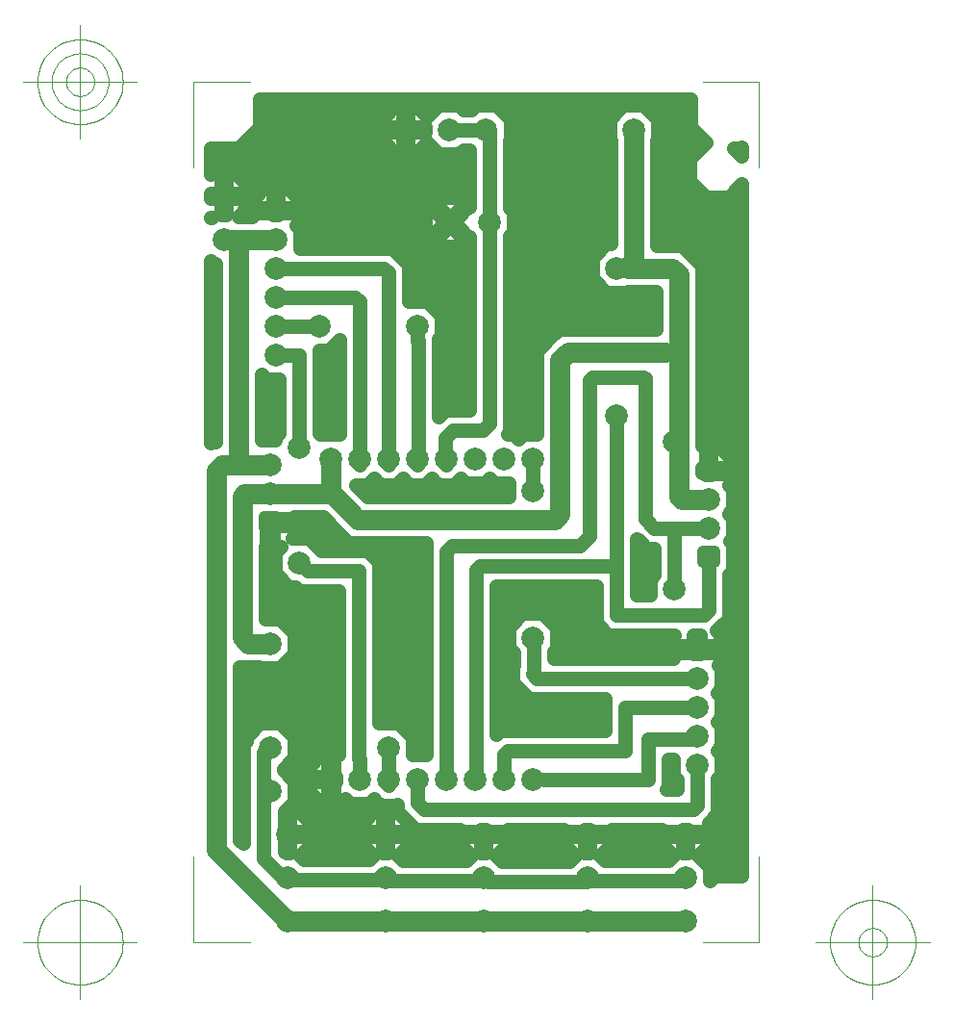
<source format=gbr>
G04 Generated by Ultiboard *
%FSLAX25Y25*%
%MOIN*%

%ADD10C,0.07000*%
%ADD11C,0.05000*%
%ADD12C,0.00394*%
%ADD13C,0.07900*%
%ADD14R,0.03983X0.03983*%
%ADD15C,0.03917*%


G04 ColorRGB 0000FF for the following layer *
%LNCopper Bottom*%
%LPD*%
%FSLAX25Y25*%
%MOIN*%
G54D10*
X180564Y248000D02*
X188000Y248000D01*
X179700Y248864D02*
X180564Y248000D01*
X138450Y296150D02*
X138450Y242700D01*
X179700Y268000D02*
X179700Y248864D01*
X59000Y260000D02*
X59000Y250750D01*
X199650Y255950D02*
X197600Y258000D01*
X29150Y249800D02*
X36800Y249800D01*
X38900Y249700D02*
X57700Y249700D01*
X57700Y249700D02*
X57950Y249950D01*
X68528Y240950D02*
X58728Y250750D01*
X29150Y249800D02*
X28300Y248950D01*
X28300Y200050D02*
X28300Y248950D01*
X19300Y126650D02*
X19300Y257950D01*
X136700Y240950D02*
X68528Y240950D01*
X44000Y102000D02*
X148000Y102000D01*
X19300Y126650D02*
X39650Y106300D01*
X44000Y102000D02*
X39525Y106475D01*
X28300Y200050D02*
X30350Y198000D01*
X38000Y198000D02*
X30350Y198000D01*
X148000Y102000D02*
X182000Y102000D01*
X138450Y242700D02*
X136700Y240950D01*
X27000Y260000D02*
X27000Y337950D01*
X21350Y260000D02*
X38000Y260000D01*
X19300Y257950D02*
X21350Y260000D01*
X22000Y337950D02*
X39950Y337950D01*
X164000Y328000D02*
X164000Y376000D01*
X190000Y258000D02*
X197850Y258000D01*
X179600Y325672D02*
X179600Y295035D01*
X175000Y299000D02*
X141300Y299000D01*
X138450Y296150D02*
X141300Y299000D01*
X179700Y294935D02*
X179700Y268000D01*
X161650Y328350D02*
X162000Y328000D01*
X177272Y328000D02*
X162000Y328000D01*
X177272Y328000D02*
X179600Y325672D01*
X199900Y260050D02*
X197850Y258000D01*
G54D11*
X129000Y260000D02*
X129000Y251000D01*
X158000Y208000D02*
X158000Y276819D01*
X168050Y241114D02*
X168050Y289686D01*
X148800Y289236D02*
X148800Y235214D01*
X109500Y253550D02*
X112500Y253550D01*
X112500Y253550D02*
X114000Y255050D01*
X114000Y255050D02*
X115500Y253550D01*
X115500Y253550D02*
X120550Y253550D01*
X120550Y253550D02*
X120550Y248950D01*
X120550Y248950D02*
X109500Y248950D01*
X109500Y248950D02*
X109500Y253550D01*
G36*
X109500Y253550D02*
X112500Y253550D01*
X114000Y255050D01*
X115500Y253550D01*
X120550Y253550D01*
X120550Y248950D01*
X109500Y248950D01*
X109500Y253550D01*
G37*
X109500Y253550D02*
X112500Y253550D01*
X112500Y253550D02*
X114000Y255050D01*
X114000Y255050D02*
X115500Y253550D01*
X115500Y253550D02*
X120550Y253550D01*
X120550Y253550D02*
X120550Y248950D01*
X120550Y248950D02*
X109500Y248950D01*
X109500Y248950D02*
X109500Y253550D01*
X190875Y256450D02*
X189125Y256450D01*
X189125Y256450D02*
X189125Y257125D01*
X189125Y257125D02*
X187700Y257125D01*
X187700Y257125D02*
X187700Y258875D01*
X187700Y258875D02*
X189125Y258875D01*
X189125Y258875D02*
X189125Y266450D01*
X189125Y266450D02*
X187700Y266450D01*
X187700Y266450D02*
X187700Y270679D01*
X187700Y270679D02*
X193500Y270679D01*
X193500Y270679D02*
X193500Y266450D01*
X193500Y266450D02*
X190875Y266450D01*
X190875Y266450D02*
X190875Y258875D01*
X190875Y258875D02*
X193500Y258875D01*
X193500Y258875D02*
X193500Y257125D01*
X193500Y257125D02*
X190875Y257125D01*
X190875Y257125D02*
X190875Y256450D01*
G36*
X190875Y256450D02*
X189125Y256450D01*
X189125Y257125D01*
X187700Y257125D01*
X187700Y258875D01*
X189125Y258875D01*
X189125Y266450D01*
X187700Y266450D01*
X187700Y270679D01*
X193500Y270679D01*
X193500Y266450D01*
X190875Y266450D01*
X190875Y258875D01*
X193500Y258875D01*
X193500Y257125D01*
X190875Y257125D01*
X190875Y256450D01*
G37*
X190875Y256450D02*
X189125Y256450D01*
X189125Y256450D02*
X189125Y257125D01*
X189125Y257125D02*
X187700Y257125D01*
X187700Y257125D02*
X187700Y258875D01*
X187700Y258875D02*
X189125Y258875D01*
X189125Y258875D02*
X189125Y266450D01*
X189125Y266450D02*
X187700Y266450D01*
X187700Y266450D02*
X187700Y270679D01*
X187700Y270679D02*
X193500Y270679D01*
X193500Y270679D02*
X193500Y266450D01*
X193500Y266450D02*
X190875Y266450D01*
X190875Y266450D02*
X190875Y258875D01*
X190875Y258875D02*
X193500Y258875D01*
X193500Y258875D02*
X193500Y257125D01*
X193500Y257125D02*
X190875Y257125D01*
X190875Y257125D02*
X190875Y256450D01*
X193500Y258875D02*
X198450Y258875D01*
X198450Y258875D02*
X198450Y261500D01*
X198450Y261500D02*
X193500Y266450D01*
X193500Y266450D02*
X193500Y270679D01*
X193500Y270679D02*
X201500Y270679D01*
X201500Y270679D02*
X201500Y254500D01*
X201500Y254500D02*
X198450Y254500D01*
X198450Y254500D02*
X198450Y257125D01*
X198450Y257125D02*
X193500Y257125D01*
X193500Y257125D02*
X193500Y258875D01*
G36*
X193500Y258875D02*
X198450Y258875D01*
X198450Y261500D01*
X193500Y266450D01*
X193500Y270679D01*
X201500Y270679D01*
X201500Y254500D01*
X198450Y254500D01*
X198450Y257125D01*
X193500Y257125D01*
X193500Y258875D01*
G37*
X193500Y258875D02*
X198450Y258875D01*
X198450Y258875D02*
X198450Y261500D01*
X198450Y261500D02*
X193500Y266450D01*
X193500Y266450D02*
X193500Y270679D01*
X193500Y270679D02*
X201500Y270679D01*
X201500Y270679D02*
X201500Y254500D01*
X201500Y254500D02*
X198450Y254500D01*
X198450Y254500D02*
X198450Y257125D01*
X198450Y257125D02*
X193500Y257125D01*
X193500Y257125D02*
X193500Y258875D01*
X197450Y243500D02*
X198450Y244500D01*
X198450Y244500D02*
X198450Y251500D01*
X198450Y251500D02*
X196950Y253000D01*
X196950Y253000D02*
X198450Y254500D01*
X198450Y254500D02*
X201500Y254500D01*
X201500Y254500D02*
X201500Y243500D01*
X201500Y243500D02*
X197450Y243500D01*
G36*
X197450Y243500D02*
X198450Y244500D01*
X198450Y251500D01*
X196950Y253000D01*
X198450Y254500D01*
X201500Y254500D01*
X201500Y243500D01*
X197450Y243500D01*
G37*
X197450Y243500D02*
X198450Y244500D01*
X198450Y244500D02*
X198450Y251500D01*
X198450Y251500D02*
X196950Y253000D01*
X196950Y253000D02*
X198450Y254500D01*
X198450Y254500D02*
X201500Y254500D01*
X201500Y254500D02*
X201500Y243500D01*
X201500Y243500D02*
X197450Y243500D01*
X84000Y255050D02*
X85500Y253550D01*
X85500Y253550D02*
X85551Y253550D01*
X85551Y253550D02*
X86101Y253000D01*
X86101Y253000D02*
X91899Y253000D01*
X91899Y253000D02*
X92199Y253300D01*
X92199Y253300D02*
X92199Y248950D01*
X92199Y248950D02*
X71842Y248950D01*
X71842Y248950D02*
X67792Y253000D01*
X67792Y253000D02*
X71899Y253000D01*
X71899Y253000D02*
X72449Y253550D01*
X72449Y253550D02*
X72500Y253550D01*
X72500Y253550D02*
X74000Y255050D01*
X74000Y255050D02*
X75500Y253550D01*
X75500Y253550D02*
X75551Y253550D01*
X75551Y253550D02*
X76101Y253000D01*
X76101Y253000D02*
X81899Y253000D01*
X81899Y253000D02*
X82449Y253550D01*
X82449Y253550D02*
X82500Y253550D01*
X82500Y253550D02*
X84000Y255050D01*
G36*
X84000Y255050D02*
X85500Y253550D01*
X85551Y253550D01*
X86101Y253000D01*
X91899Y253000D01*
X92199Y253300D01*
X92199Y248950D01*
X71842Y248950D01*
X67792Y253000D01*
X71899Y253000D01*
X72449Y253550D01*
X72500Y253550D01*
X74000Y255050D01*
X75500Y253550D01*
X75551Y253550D01*
X76101Y253000D01*
X81899Y253000D01*
X82449Y253550D01*
X82500Y253550D01*
X84000Y255050D01*
G37*
X84000Y255050D02*
X85500Y253550D01*
X85500Y253550D02*
X85551Y253550D01*
X85551Y253550D02*
X86101Y253000D01*
X86101Y253000D02*
X91899Y253000D01*
X91899Y253000D02*
X92199Y253300D01*
X92199Y253300D02*
X92199Y248950D01*
X92199Y248950D02*
X71842Y248950D01*
X71842Y248950D02*
X67792Y253000D01*
X67792Y253000D02*
X71899Y253000D01*
X71899Y253000D02*
X72449Y253550D01*
X72449Y253550D02*
X72500Y253550D01*
X72500Y253550D02*
X74000Y255050D01*
X74000Y255050D02*
X75500Y253550D01*
X75500Y253550D02*
X75551Y253550D01*
X75551Y253550D02*
X76101Y253000D01*
X76101Y253000D02*
X81899Y253000D01*
X81899Y253000D02*
X82449Y253550D01*
X82449Y253550D02*
X82500Y253550D01*
X82500Y253550D02*
X84000Y255050D01*
X92449Y253550D02*
X92500Y253550D01*
X92500Y253550D02*
X94000Y255050D01*
X94000Y255050D02*
X95500Y253550D01*
X95500Y253550D02*
X95551Y253550D01*
X95551Y253550D02*
X96101Y253000D01*
X96101Y253000D02*
X101899Y253000D01*
X101899Y253000D02*
X102449Y253550D01*
X102449Y253550D02*
X102500Y253550D01*
X102500Y253550D02*
X104000Y255050D01*
X104000Y255050D02*
X105500Y253550D01*
X105500Y253550D02*
X109500Y253550D01*
X109500Y253550D02*
X109500Y248950D01*
X109500Y248950D02*
X92199Y248950D01*
X92199Y248950D02*
X92199Y253300D01*
X92199Y253300D02*
X92449Y253550D01*
G36*
X92449Y253550D02*
X92500Y253550D01*
X94000Y255050D01*
X95500Y253550D01*
X95551Y253550D01*
X96101Y253000D01*
X101899Y253000D01*
X102449Y253550D01*
X102500Y253550D01*
X104000Y255050D01*
X105500Y253550D01*
X109500Y253550D01*
X109500Y248950D01*
X92199Y248950D01*
X92199Y253300D01*
X92449Y253550D01*
G37*
X92449Y253550D02*
X92500Y253550D01*
X92500Y253550D02*
X94000Y255050D01*
X94000Y255050D02*
X95500Y253550D01*
X95500Y253550D02*
X95551Y253550D01*
X95551Y253550D02*
X96101Y253000D01*
X96101Y253000D02*
X101899Y253000D01*
X101899Y253000D02*
X102449Y253550D01*
X102449Y253550D02*
X102500Y253550D01*
X102500Y253550D02*
X104000Y255050D01*
X104000Y255050D02*
X105500Y253550D01*
X105500Y253550D02*
X109500Y253550D01*
X109500Y253550D02*
X109500Y248950D01*
X109500Y248950D02*
X92199Y248950D01*
X92199Y248950D02*
X92199Y253300D01*
X92199Y253300D02*
X92449Y253550D01*
X116221Y217950D02*
X142636Y217950D01*
X142636Y217950D02*
X142636Y193833D01*
X142636Y193833D02*
X136232Y193833D01*
X136232Y193833D02*
X136232Y195282D01*
X136232Y195282D02*
X137450Y196500D01*
X137450Y196500D02*
X137450Y203500D01*
X137450Y203500D02*
X132500Y208450D01*
X132500Y208450D02*
X125500Y208450D01*
X125500Y208450D02*
X120550Y203500D01*
X120550Y203500D02*
X120550Y196500D01*
X120550Y196500D02*
X122232Y194818D01*
X122232Y194818D02*
X122232Y193833D01*
X122232Y193833D02*
X116221Y193833D01*
X116221Y193833D02*
X116221Y217950D01*
G36*
X116221Y217950D02*
X142636Y217950D01*
X142636Y193833D01*
X136232Y193833D01*
X136232Y195282D01*
X137450Y196500D01*
X137450Y203500D01*
X132500Y208450D01*
X125500Y208450D01*
X120550Y203500D01*
X120550Y196500D01*
X122232Y194818D01*
X122232Y193833D01*
X116221Y193833D01*
X116221Y217950D01*
G37*
X116221Y217950D02*
X142636Y217950D01*
X142636Y217950D02*
X142636Y193833D01*
X142636Y193833D02*
X136232Y193833D01*
X136232Y193833D02*
X136232Y195282D01*
X136232Y195282D02*
X137450Y196500D01*
X137450Y196500D02*
X137450Y203500D01*
X137450Y203500D02*
X132500Y208450D01*
X132500Y208450D02*
X125500Y208450D01*
X125500Y208450D02*
X120550Y203500D01*
X120550Y203500D02*
X120550Y196500D01*
X120550Y196500D02*
X122232Y194818D01*
X122232Y194818D02*
X122232Y193833D01*
X122232Y193833D02*
X116221Y193833D01*
X116221Y193833D02*
X116221Y217950D01*
X122232Y193833D02*
X122232Y190596D01*
X122232Y190596D02*
X122000Y190364D01*
X122000Y190364D02*
X122000Y184565D01*
X122000Y184565D02*
X127565Y179000D01*
X127565Y179000D02*
X154101Y179000D01*
X154101Y179000D02*
X154000Y178899D01*
X154000Y178899D02*
X154000Y168000D01*
X154000Y168000D02*
X117586Y168000D01*
X117586Y168000D02*
X116221Y166635D01*
X116221Y166635D02*
X116221Y193833D01*
X116221Y193833D02*
X122232Y193833D01*
G36*
X122232Y193833D02*
X122232Y190596D01*
X122000Y190364D01*
X122000Y184565D01*
X127565Y179000D01*
X154101Y179000D01*
X154000Y178899D01*
X154000Y168000D01*
X117586Y168000D01*
X116221Y166635D01*
X116221Y193833D01*
X122232Y193833D01*
G37*
X122232Y193833D02*
X122232Y190596D01*
X122232Y190596D02*
X122000Y190364D01*
X122000Y190364D02*
X122000Y184565D01*
X122000Y184565D02*
X127565Y179000D01*
X127565Y179000D02*
X154101Y179000D01*
X154101Y179000D02*
X154000Y178899D01*
X154000Y178899D02*
X154000Y168000D01*
X154000Y168000D02*
X117586Y168000D01*
X117586Y168000D02*
X116221Y166635D01*
X116221Y166635D02*
X116221Y193833D01*
X116221Y193833D02*
X122232Y193833D01*
X148875Y133500D02*
X148875Y132875D01*
X148875Y132875D02*
X156450Y132875D01*
X156450Y132875D02*
X156450Y133500D01*
X156450Y133500D02*
X158500Y133500D01*
X158500Y133500D02*
X158500Y128500D01*
X158500Y128500D02*
X156450Y128500D01*
X156450Y128500D02*
X156450Y131125D01*
X156450Y131125D02*
X148875Y131125D01*
X148875Y131125D02*
X148875Y128500D01*
X148875Y128500D02*
X147125Y128500D01*
X147125Y128500D02*
X147125Y131125D01*
X147125Y131125D02*
X139550Y131125D01*
X139550Y131125D02*
X139550Y128500D01*
X139550Y128500D02*
X120450Y128500D01*
X120450Y128500D02*
X120450Y131125D01*
X120450Y131125D02*
X112875Y131125D01*
X112875Y131125D02*
X112875Y128500D01*
X112875Y128500D02*
X111125Y128500D01*
X111125Y128500D02*
X111125Y131125D01*
X111125Y131125D02*
X109500Y131125D01*
X109500Y131125D02*
X109500Y132875D01*
X109500Y132875D02*
X111125Y132875D01*
X111125Y132875D02*
X111125Y133500D01*
X111125Y133500D02*
X112875Y133500D01*
X112875Y133500D02*
X112875Y132875D01*
X112875Y132875D02*
X120450Y132875D01*
X120450Y132875D02*
X120450Y133500D01*
X120450Y133500D02*
X139550Y133500D01*
X139550Y133500D02*
X139550Y132875D01*
X139550Y132875D02*
X147125Y132875D01*
X147125Y132875D02*
X147125Y133500D01*
X147125Y133500D02*
X148875Y133500D01*
G36*
X148875Y133500D02*
X148875Y132875D01*
X156450Y132875D01*
X156450Y133500D01*
X158500Y133500D01*
X158500Y128500D01*
X156450Y128500D01*
X156450Y131125D01*
X148875Y131125D01*
X148875Y128500D01*
X147125Y128500D01*
X147125Y131125D01*
X139550Y131125D01*
X139550Y128500D01*
X120450Y128500D01*
X120450Y131125D01*
X112875Y131125D01*
X112875Y128500D01*
X111125Y128500D01*
X111125Y131125D01*
X109500Y131125D01*
X109500Y132875D01*
X111125Y132875D01*
X111125Y133500D01*
X112875Y133500D01*
X112875Y132875D01*
X120450Y132875D01*
X120450Y133500D01*
X139550Y133500D01*
X139550Y132875D01*
X147125Y132875D01*
X147125Y133500D01*
X148875Y133500D01*
G37*
X148875Y133500D02*
X148875Y132875D01*
X148875Y132875D02*
X156450Y132875D01*
X156450Y132875D02*
X156450Y133500D01*
X156450Y133500D02*
X158500Y133500D01*
X158500Y133500D02*
X158500Y128500D01*
X158500Y128500D02*
X156450Y128500D01*
X156450Y128500D02*
X156450Y131125D01*
X156450Y131125D02*
X148875Y131125D01*
X148875Y131125D02*
X148875Y128500D01*
X148875Y128500D02*
X147125Y128500D01*
X147125Y128500D02*
X147125Y131125D01*
X147125Y131125D02*
X139550Y131125D01*
X139550Y131125D02*
X139550Y128500D01*
X139550Y128500D02*
X120450Y128500D01*
X120450Y128500D02*
X120450Y131125D01*
X120450Y131125D02*
X112875Y131125D01*
X112875Y131125D02*
X112875Y128500D01*
X112875Y128500D02*
X111125Y128500D01*
X111125Y128500D02*
X111125Y131125D01*
X111125Y131125D02*
X109500Y131125D01*
X109500Y131125D02*
X109500Y132875D01*
X109500Y132875D02*
X111125Y132875D01*
X111125Y132875D02*
X111125Y133500D01*
X111125Y133500D02*
X112875Y133500D01*
X112875Y133500D02*
X112875Y132875D01*
X112875Y132875D02*
X120450Y132875D01*
X120450Y132875D02*
X120450Y133500D01*
X120450Y133500D02*
X139550Y133500D01*
X139550Y133500D02*
X139550Y132875D01*
X139550Y132875D02*
X147125Y132875D01*
X147125Y132875D02*
X147125Y133500D01*
X147125Y133500D02*
X148875Y133500D01*
X139550Y128500D02*
X143550Y124500D01*
X143550Y124500D02*
X141650Y122600D01*
X141650Y122600D02*
X118350Y122600D01*
X118350Y122600D02*
X116450Y124500D01*
X116450Y124500D02*
X120450Y128500D01*
X120450Y128500D02*
X139550Y128500D01*
G36*
X139550Y128500D02*
X143550Y124500D01*
X141650Y122600D01*
X118350Y122600D01*
X116450Y124500D01*
X120450Y128500D01*
X139550Y128500D01*
G37*
X139550Y128500D02*
X143550Y124500D01*
X143550Y124500D02*
X141650Y122600D01*
X141650Y122600D02*
X118350Y122600D01*
X118350Y122600D02*
X116450Y124500D01*
X116450Y124500D02*
X120450Y128500D01*
X120450Y128500D02*
X139550Y128500D01*
X47500Y140450D02*
X44875Y140450D01*
X44875Y140450D02*
X44875Y132875D01*
X44875Y132875D02*
X47500Y132875D01*
X47500Y132875D02*
X47500Y131125D01*
X47500Y131125D02*
X44875Y131125D01*
X44875Y131125D02*
X44875Y128500D01*
X44875Y128500D02*
X43125Y128500D01*
X43125Y128500D02*
X43125Y131125D01*
X43125Y131125D02*
X42550Y131125D01*
X42550Y131125D02*
X42550Y132875D01*
X42550Y132875D02*
X43125Y132875D01*
X43125Y132875D02*
X43125Y139994D01*
X43125Y139994D02*
X46450Y143319D01*
X46450Y143319D02*
X46450Y144167D01*
X46450Y144167D02*
X47500Y144167D01*
X47500Y144167D02*
X47500Y140450D01*
G36*
X47500Y140450D02*
X44875Y140450D01*
X44875Y132875D01*
X47500Y132875D01*
X47500Y131125D01*
X44875Y131125D01*
X44875Y128500D01*
X43125Y128500D01*
X43125Y131125D01*
X42550Y131125D01*
X42550Y132875D01*
X43125Y132875D01*
X43125Y139994D01*
X46450Y143319D01*
X46450Y144167D01*
X47500Y144167D01*
X47500Y140450D01*
G37*
X47500Y140450D02*
X44875Y140450D01*
X44875Y140450D02*
X44875Y132875D01*
X44875Y132875D02*
X47500Y132875D01*
X47500Y132875D02*
X47500Y131125D01*
X47500Y131125D02*
X44875Y131125D01*
X44875Y131125D02*
X44875Y128500D01*
X44875Y128500D02*
X43125Y128500D01*
X43125Y128500D02*
X43125Y131125D01*
X43125Y131125D02*
X42550Y131125D01*
X42550Y131125D02*
X42550Y132875D01*
X42550Y132875D02*
X43125Y132875D01*
X43125Y132875D02*
X43125Y139994D01*
X43125Y139994D02*
X46450Y143319D01*
X46450Y143319D02*
X46450Y144167D01*
X46450Y144167D02*
X47500Y144167D01*
X47500Y144167D02*
X47500Y140450D01*
X53904Y144167D02*
X55521Y142550D01*
X55521Y142550D02*
X58146Y142550D01*
X58146Y142550D02*
X58146Y144167D01*
X58146Y144167D02*
X59896Y144167D01*
X59896Y144167D02*
X59896Y142550D01*
X59896Y142550D02*
X60500Y142550D01*
X60500Y142550D02*
X60500Y128500D01*
X60500Y128500D02*
X52450Y128500D01*
X52450Y128500D02*
X52450Y131125D01*
X52450Y131125D02*
X47500Y131125D01*
X47500Y131125D02*
X47500Y132875D01*
X47500Y132875D02*
X52450Y132875D01*
X52450Y132875D02*
X52450Y135500D01*
X52450Y135500D02*
X47500Y140450D01*
X47500Y140450D02*
X47500Y144167D01*
X47500Y144167D02*
X53904Y144167D01*
G36*
X53904Y144167D02*
X55521Y142550D01*
X58146Y142550D01*
X58146Y144167D01*
X59896Y144167D01*
X59896Y142550D01*
X60500Y142550D01*
X60500Y128500D01*
X52450Y128500D01*
X52450Y131125D01*
X47500Y131125D01*
X47500Y132875D01*
X52450Y132875D01*
X52450Y135500D01*
X47500Y140450D01*
X47500Y144167D01*
X53904Y144167D01*
G37*
X53904Y144167D02*
X55521Y142550D01*
X55521Y142550D02*
X58146Y142550D01*
X58146Y142550D02*
X58146Y144167D01*
X58146Y144167D02*
X59896Y144167D01*
X59896Y144167D02*
X59896Y142550D01*
X59896Y142550D02*
X60500Y142550D01*
X60500Y142550D02*
X60500Y128500D01*
X60500Y128500D02*
X52450Y128500D01*
X52450Y128500D02*
X52450Y131125D01*
X52450Y131125D02*
X47500Y131125D01*
X47500Y131125D02*
X47500Y132875D01*
X47500Y132875D02*
X52450Y132875D01*
X52450Y132875D02*
X52450Y135500D01*
X52450Y135500D02*
X47500Y140450D01*
X47500Y140450D02*
X47500Y144167D01*
X47500Y144167D02*
X53904Y144167D01*
X27300Y129964D02*
X27300Y144167D01*
X27300Y144167D02*
X28550Y144167D01*
X28550Y144167D02*
X28550Y128714D01*
X28550Y128714D02*
X27300Y129964D01*
G36*
X27300Y129964D02*
X27300Y144167D01*
X28550Y144167D01*
X28550Y128714D01*
X27300Y129964D01*
G37*
X27300Y129964D02*
X27300Y144167D01*
X27300Y144167D02*
X28550Y144167D01*
X28550Y144167D02*
X28550Y128714D01*
X28550Y128714D02*
X27300Y129964D01*
X48450Y124500D02*
X52450Y128500D01*
X52450Y128500D02*
X60500Y128500D01*
X60500Y128500D02*
X60500Y123250D01*
X60500Y123250D02*
X49700Y123250D01*
X49700Y123250D02*
X48450Y124500D01*
G36*
X48450Y124500D02*
X52450Y128500D01*
X60500Y128500D01*
X60500Y123250D01*
X49700Y123250D01*
X48450Y124500D01*
G37*
X48450Y124500D02*
X52450Y128500D01*
X52450Y128500D02*
X60500Y128500D01*
X60500Y128500D02*
X60500Y123250D01*
X60500Y123250D02*
X49700Y123250D01*
X49700Y123250D02*
X48450Y124500D01*
X43125Y125988D02*
X43125Y128500D01*
X43125Y128500D02*
X44875Y128500D01*
X44875Y128500D02*
X44875Y125450D01*
X44875Y125450D02*
X43663Y125450D01*
X43663Y125450D02*
X43125Y125988D01*
G36*
X43125Y125988D02*
X43125Y128500D01*
X44875Y128500D01*
X44875Y125450D01*
X43663Y125450D01*
X43125Y125988D01*
G37*
X43125Y125988D02*
X43125Y128500D01*
X43125Y128500D02*
X44875Y128500D01*
X44875Y128500D02*
X44875Y125450D01*
X44875Y125450D02*
X43663Y125450D01*
X43663Y125450D02*
X43125Y125988D01*
X60500Y142550D02*
X62521Y142550D01*
X62521Y142550D02*
X64021Y144050D01*
X64021Y144050D02*
X65521Y142550D01*
X65521Y142550D02*
X72521Y142550D01*
X72521Y142550D02*
X74021Y144050D01*
X74021Y144050D02*
X74500Y143571D01*
X74500Y143571D02*
X74500Y140450D01*
X74500Y140450D02*
X69550Y135500D01*
X69550Y135500D02*
X69550Y132875D01*
X69550Y132875D02*
X74500Y132875D01*
X74500Y132875D02*
X74500Y131125D01*
X74500Y131125D02*
X69550Y131125D01*
X69550Y131125D02*
X69550Y128500D01*
X69550Y128500D02*
X60500Y128500D01*
X60500Y128500D02*
X60500Y142550D01*
G36*
X60500Y142550D02*
X62521Y142550D01*
X64021Y144050D01*
X65521Y142550D01*
X72521Y142550D01*
X74021Y144050D01*
X74500Y143571D01*
X74500Y140450D01*
X69550Y135500D01*
X69550Y132875D01*
X74500Y132875D01*
X74500Y131125D01*
X69550Y131125D01*
X69550Y128500D01*
X60500Y128500D01*
X60500Y142550D01*
G37*
X60500Y142550D02*
X62521Y142550D01*
X62521Y142550D02*
X64021Y144050D01*
X64021Y144050D02*
X65521Y142550D01*
X65521Y142550D02*
X72521Y142550D01*
X72521Y142550D02*
X74021Y144050D01*
X74021Y144050D02*
X74500Y143571D01*
X74500Y143571D02*
X74500Y140450D01*
X74500Y140450D02*
X69550Y135500D01*
X69550Y135500D02*
X69550Y132875D01*
X69550Y132875D02*
X74500Y132875D01*
X74500Y132875D02*
X74500Y131125D01*
X74500Y131125D02*
X69550Y131125D01*
X69550Y131125D02*
X69550Y128500D01*
X69550Y128500D02*
X60500Y128500D01*
X60500Y128500D02*
X60500Y142550D01*
X74500Y143571D02*
X75521Y142550D01*
X75521Y142550D02*
X75572Y142550D01*
X75572Y142550D02*
X76122Y142000D01*
X76122Y142000D02*
X81500Y142000D01*
X81500Y142000D02*
X81500Y140450D01*
X81500Y140450D02*
X78875Y140450D01*
X78875Y140450D02*
X78875Y132875D01*
X78875Y132875D02*
X81500Y132875D01*
X81500Y132875D02*
X81500Y131125D01*
X81500Y131125D02*
X78875Y131125D01*
X78875Y131125D02*
X78875Y128500D01*
X78875Y128500D02*
X77125Y128500D01*
X77125Y128500D02*
X77125Y131125D01*
X77125Y131125D02*
X74500Y131125D01*
X74500Y131125D02*
X74500Y132875D01*
X74500Y132875D02*
X77125Y132875D01*
X77125Y132875D02*
X77125Y140450D01*
X77125Y140450D02*
X74500Y140450D01*
X74500Y140450D02*
X74500Y143571D01*
G36*
X74500Y143571D02*
X75521Y142550D01*
X75572Y142550D01*
X76122Y142000D01*
X81500Y142000D01*
X81500Y140450D01*
X78875Y140450D01*
X78875Y132875D01*
X81500Y132875D01*
X81500Y131125D01*
X78875Y131125D01*
X78875Y128500D01*
X77125Y128500D01*
X77125Y131125D01*
X74500Y131125D01*
X74500Y132875D01*
X77125Y132875D01*
X77125Y140450D01*
X74500Y140450D01*
X74500Y143571D01*
G37*
X74500Y143571D02*
X75521Y142550D01*
X75521Y142550D02*
X75572Y142550D01*
X75572Y142550D02*
X76122Y142000D01*
X76122Y142000D02*
X81500Y142000D01*
X81500Y142000D02*
X81500Y140450D01*
X81500Y140450D02*
X78875Y140450D01*
X78875Y140450D02*
X78875Y132875D01*
X78875Y132875D02*
X81500Y132875D01*
X81500Y132875D02*
X81500Y131125D01*
X81500Y131125D02*
X78875Y131125D01*
X78875Y131125D02*
X78875Y128500D01*
X78875Y128500D02*
X77125Y128500D01*
X77125Y128500D02*
X77125Y131125D01*
X77125Y131125D02*
X74500Y131125D01*
X74500Y131125D02*
X74500Y132875D01*
X74500Y132875D02*
X77125Y132875D01*
X77125Y132875D02*
X77125Y140450D01*
X77125Y140450D02*
X74500Y140450D01*
X74500Y140450D02*
X74500Y143571D01*
X77125Y125450D02*
X77125Y128500D01*
X77125Y128500D02*
X78875Y128500D01*
X78875Y128500D02*
X78875Y125450D01*
X78875Y125450D02*
X77125Y125450D01*
G36*
X77125Y125450D02*
X77125Y128500D01*
X78875Y128500D01*
X78875Y125450D01*
X77125Y125450D01*
G37*
X77125Y125450D02*
X77125Y128500D01*
X77125Y128500D02*
X78875Y128500D01*
X78875Y128500D02*
X78875Y125450D01*
X78875Y125450D02*
X77125Y125450D01*
X81500Y132875D02*
X86450Y132875D01*
X86450Y132875D02*
X86450Y135500D01*
X86450Y135500D02*
X81500Y140450D01*
X81500Y140450D02*
X81500Y142000D01*
X81500Y142000D02*
X81921Y142000D01*
X81921Y142000D02*
X82100Y142179D01*
X82100Y142179D02*
X82100Y139865D01*
X82100Y139865D02*
X88515Y133450D01*
X88515Y133450D02*
X98985Y133450D01*
X98985Y133450D02*
X99035Y133500D01*
X99035Y133500D02*
X103550Y133500D01*
X103550Y133500D02*
X103550Y132875D01*
X103550Y132875D02*
X109500Y132875D01*
X109500Y132875D02*
X109500Y131125D01*
X109500Y131125D02*
X103550Y131125D01*
X103550Y131125D02*
X103550Y128500D01*
X103550Y128500D02*
X107550Y124500D01*
X107550Y124500D02*
X106000Y122950D01*
X106000Y122950D02*
X84000Y122950D01*
X84000Y122950D02*
X82450Y124500D01*
X82450Y124500D02*
X86450Y128500D01*
X86450Y128500D02*
X86450Y131125D01*
X86450Y131125D02*
X81500Y131125D01*
X81500Y131125D02*
X81500Y132875D01*
G36*
X81500Y132875D02*
X86450Y132875D01*
X86450Y135500D01*
X81500Y140450D01*
X81500Y142000D01*
X81921Y142000D01*
X82100Y142179D01*
X82100Y139865D01*
X88515Y133450D01*
X98985Y133450D01*
X99035Y133500D01*
X103550Y133500D01*
X103550Y132875D01*
X109500Y132875D01*
X109500Y131125D01*
X103550Y131125D01*
X103550Y128500D01*
X107550Y124500D01*
X106000Y122950D01*
X84000Y122950D01*
X82450Y124500D01*
X86450Y128500D01*
X86450Y131125D01*
X81500Y131125D01*
X81500Y132875D01*
G37*
X81500Y132875D02*
X86450Y132875D01*
X86450Y132875D02*
X86450Y135500D01*
X86450Y135500D02*
X81500Y140450D01*
X81500Y140450D02*
X81500Y142000D01*
X81500Y142000D02*
X81921Y142000D01*
X81921Y142000D02*
X82100Y142179D01*
X82100Y142179D02*
X82100Y139865D01*
X82100Y139865D02*
X88515Y133450D01*
X88515Y133450D02*
X98985Y133450D01*
X98985Y133450D02*
X99035Y133500D01*
X99035Y133500D02*
X103550Y133500D01*
X103550Y133500D02*
X103550Y132875D01*
X103550Y132875D02*
X109500Y132875D01*
X109500Y132875D02*
X109500Y131125D01*
X109500Y131125D02*
X103550Y131125D01*
X103550Y131125D02*
X103550Y128500D01*
X103550Y128500D02*
X107550Y124500D01*
X107550Y124500D02*
X106000Y122950D01*
X106000Y122950D02*
X84000Y122950D01*
X84000Y122950D02*
X82450Y124500D01*
X82450Y124500D02*
X86450Y128500D01*
X86450Y128500D02*
X86450Y131125D01*
X86450Y131125D02*
X81500Y131125D01*
X81500Y131125D02*
X81500Y132875D01*
X69550Y128500D02*
X73550Y124500D01*
X73550Y124500D02*
X72300Y123250D01*
X72300Y123250D02*
X60500Y123250D01*
X60500Y123250D02*
X60500Y128500D01*
X60500Y128500D02*
X69550Y128500D01*
G36*
X69550Y128500D02*
X73550Y124500D01*
X72300Y123250D01*
X60500Y123250D01*
X60500Y128500D01*
X69550Y128500D01*
G37*
X69550Y128500D02*
X73550Y124500D01*
X73550Y124500D02*
X72300Y123250D01*
X72300Y123250D02*
X60500Y123250D01*
X60500Y123250D02*
X60500Y128500D01*
X60500Y128500D02*
X69550Y128500D01*
X111125Y125450D02*
X111125Y128500D01*
X111125Y128500D02*
X112875Y128500D01*
X112875Y128500D02*
X112875Y125450D01*
X112875Y125450D02*
X111125Y125450D01*
G36*
X111125Y125450D02*
X111125Y128500D01*
X112875Y128500D01*
X112875Y125450D01*
X111125Y125450D01*
G37*
X111125Y125450D02*
X111125Y128500D01*
X111125Y128500D02*
X112875Y128500D01*
X112875Y128500D02*
X112875Y125450D01*
X112875Y125450D02*
X111125Y125450D01*
X42667Y241167D02*
X46450Y241167D01*
X46450Y241167D02*
X46450Y241700D01*
X46450Y241700D02*
X56465Y241700D01*
X56465Y241700D02*
X60500Y237665D01*
X60500Y237665D02*
X60500Y230157D01*
X60500Y230157D02*
X55793Y230157D01*
X55793Y230157D02*
X51500Y234450D01*
X51500Y234450D02*
X45567Y234450D01*
X45567Y234450D02*
X46450Y235333D01*
X46450Y235333D02*
X46450Y238833D01*
X46450Y238833D02*
X42667Y238833D01*
X42667Y238833D02*
X42667Y241167D01*
G36*
X42667Y241167D02*
X46450Y241167D01*
X46450Y241700D01*
X56465Y241700D01*
X60500Y237665D01*
X60500Y230157D01*
X55793Y230157D01*
X51500Y234450D01*
X45567Y234450D01*
X46450Y235333D01*
X46450Y238833D01*
X42667Y238833D01*
X42667Y241167D01*
G37*
X42667Y241167D02*
X46450Y241167D01*
X46450Y241167D02*
X46450Y241700D01*
X46450Y241700D02*
X56465Y241700D01*
X56465Y241700D02*
X60500Y237665D01*
X60500Y237665D02*
X60500Y230157D01*
X60500Y230157D02*
X55793Y230157D01*
X55793Y230157D02*
X51500Y234450D01*
X51500Y234450D02*
X45567Y234450D01*
X45567Y234450D02*
X46450Y235333D01*
X46450Y235333D02*
X46450Y238833D01*
X46450Y238833D02*
X42667Y238833D01*
X42667Y238833D02*
X42667Y241167D01*
X45783Y193833D02*
X46450Y194500D01*
X46450Y194500D02*
X46450Y201500D01*
X46450Y201500D02*
X41500Y206450D01*
X41500Y206450D02*
X36300Y206450D01*
X36300Y206450D02*
X36300Y229500D01*
X36300Y229500D02*
X39550Y229500D01*
X39550Y229500D02*
X39550Y222500D01*
X39550Y222500D02*
X44500Y217550D01*
X44500Y217550D02*
X46765Y217550D01*
X46765Y217550D02*
X48158Y216157D01*
X48158Y216157D02*
X48158Y216157D01*
X48158Y216157D02*
X48158Y216157D01*
X48158Y216157D02*
X51379Y216157D01*
X51379Y216157D02*
X53957Y216157D01*
X53957Y216157D02*
X53957Y216157D01*
X53957Y216157D02*
X60500Y216157D01*
X60500Y216157D02*
X60500Y193833D01*
X60500Y193833D02*
X45783Y193833D01*
G36*
X45783Y193833D02*
X46450Y194500D01*
X46450Y201500D01*
X41500Y206450D01*
X36300Y206450D01*
X36300Y229500D01*
X39550Y229500D01*
X39550Y222500D01*
X44500Y217550D01*
X46765Y217550D01*
X48158Y216157D01*
X48158Y216157D01*
X48158Y216157D01*
X51379Y216157D01*
X53957Y216157D01*
X53957Y216157D01*
X60500Y216157D01*
X60500Y193833D01*
X45783Y193833D01*
G37*
X45783Y193833D02*
X46450Y194500D01*
X46450Y194500D02*
X46450Y201500D01*
X46450Y201500D02*
X41500Y206450D01*
X41500Y206450D02*
X36300Y206450D01*
X36300Y206450D02*
X36300Y229500D01*
X36300Y229500D02*
X39550Y229500D01*
X39550Y229500D02*
X39550Y222500D01*
X39550Y222500D02*
X44500Y217550D01*
X44500Y217550D02*
X46765Y217550D01*
X46765Y217550D02*
X48158Y216157D01*
X48158Y216157D02*
X48158Y216157D01*
X48158Y216157D02*
X48158Y216157D01*
X48158Y216157D02*
X51379Y216157D01*
X51379Y216157D02*
X53957Y216157D01*
X53957Y216157D02*
X53957Y216157D01*
X53957Y216157D02*
X60500Y216157D01*
X60500Y216157D02*
X60500Y193833D01*
X60500Y193833D02*
X45783Y193833D01*
X60500Y237665D02*
X65215Y232950D01*
X65215Y232950D02*
X92136Y232950D01*
X92136Y232950D02*
X92021Y232835D01*
X92021Y232835D02*
X92021Y232835D01*
X92021Y232835D02*
X92021Y232835D01*
X92021Y232835D02*
X92021Y230902D01*
X92021Y230902D02*
X92021Y226057D01*
X92021Y226057D02*
X75700Y226057D01*
X75700Y226057D02*
X71599Y230157D01*
X71599Y230157D02*
X60500Y230157D01*
X60500Y230157D02*
X60500Y237665D01*
G36*
X60500Y237665D02*
X65215Y232950D01*
X92136Y232950D01*
X92021Y232835D01*
X92021Y232835D01*
X92021Y232835D01*
X92021Y230902D01*
X92021Y226057D01*
X75700Y226057D01*
X71599Y230157D01*
X60500Y230157D01*
X60500Y237665D01*
G37*
X60500Y237665D02*
X65215Y232950D01*
X65215Y232950D02*
X92136Y232950D01*
X92136Y232950D02*
X92021Y232835D01*
X92021Y232835D02*
X92021Y232835D01*
X92021Y232835D02*
X92021Y232835D01*
X92021Y232835D02*
X92021Y230902D01*
X92021Y230902D02*
X92021Y226057D01*
X92021Y226057D02*
X75700Y226057D01*
X75700Y226057D02*
X71599Y230157D01*
X71599Y230157D02*
X60500Y230157D01*
X60500Y230157D02*
X60500Y237665D01*
X60500Y216157D02*
X61700Y216157D01*
X61700Y216157D02*
X61700Y193833D01*
X61700Y193833D02*
X60500Y193833D01*
X60500Y193833D02*
X60500Y216157D01*
G36*
X60500Y216157D02*
X61700Y216157D01*
X61700Y193833D01*
X60500Y193833D01*
X60500Y216157D01*
G37*
X60500Y216157D02*
X61700Y216157D01*
X61700Y216157D02*
X61700Y193833D01*
X61700Y193833D02*
X60500Y193833D01*
X60500Y193833D02*
X60500Y216157D01*
X60500Y159450D02*
X59896Y159450D01*
X59896Y159450D02*
X59896Y154500D01*
X59896Y154500D02*
X58146Y154500D01*
X58146Y154500D02*
X58146Y159450D01*
X58146Y159450D02*
X55521Y159450D01*
X55521Y159450D02*
X50571Y154500D01*
X50571Y154500D02*
X42550Y154500D01*
X42550Y154500D02*
X42550Y154600D01*
X42550Y154600D02*
X46450Y158500D01*
X46450Y158500D02*
X46450Y165500D01*
X46450Y165500D02*
X41500Y170450D01*
X41500Y170450D02*
X41500Y189550D01*
X41500Y189550D02*
X45783Y193833D01*
X45783Y193833D02*
X60500Y193833D01*
X60500Y193833D02*
X60500Y159450D01*
G36*
X60500Y159450D02*
X59896Y159450D01*
X59896Y154500D01*
X58146Y154500D01*
X58146Y159450D01*
X55521Y159450D01*
X50571Y154500D01*
X42550Y154500D01*
X42550Y154600D01*
X46450Y158500D01*
X46450Y165500D01*
X41500Y170450D01*
X41500Y189550D01*
X45783Y193833D01*
X60500Y193833D01*
X60500Y159450D01*
G37*
X60500Y159450D02*
X59896Y159450D01*
X59896Y159450D02*
X59896Y154500D01*
X59896Y154500D02*
X58146Y154500D01*
X58146Y154500D02*
X58146Y159450D01*
X58146Y159450D02*
X55521Y159450D01*
X55521Y159450D02*
X50571Y154500D01*
X50571Y154500D02*
X42550Y154500D01*
X42550Y154500D02*
X42550Y154600D01*
X42550Y154600D02*
X46450Y158500D01*
X46450Y158500D02*
X46450Y165500D01*
X46450Y165500D02*
X41500Y170450D01*
X41500Y170450D02*
X41500Y189550D01*
X41500Y189550D02*
X45783Y193833D01*
X45783Y193833D02*
X60500Y193833D01*
X60500Y193833D02*
X60500Y159450D01*
X59896Y154500D02*
X59896Y151875D01*
X59896Y151875D02*
X60500Y151875D01*
X60500Y151875D02*
X60500Y150125D01*
X60500Y150125D02*
X59896Y150125D01*
X59896Y150125D02*
X59896Y144167D01*
X59896Y144167D02*
X58146Y144167D01*
X58146Y144167D02*
X58146Y150125D01*
X58146Y150125D02*
X50571Y150125D01*
X50571Y150125D02*
X50571Y147500D01*
X50571Y147500D02*
X53904Y144167D01*
X53904Y144167D02*
X46450Y144167D01*
X46450Y144167D02*
X46450Y150319D01*
X46450Y150319D02*
X42550Y154219D01*
X42550Y154219D02*
X42550Y154500D01*
X42550Y154500D02*
X50571Y154500D01*
X50571Y154500D02*
X50571Y151875D01*
X50571Y151875D02*
X58146Y151875D01*
X58146Y151875D02*
X58146Y154500D01*
X58146Y154500D02*
X59896Y154500D01*
G36*
X59896Y154500D02*
X59896Y151875D01*
X60500Y151875D01*
X60500Y150125D01*
X59896Y150125D01*
X59896Y144167D01*
X58146Y144167D01*
X58146Y150125D01*
X50571Y150125D01*
X50571Y147500D01*
X53904Y144167D01*
X46450Y144167D01*
X46450Y150319D01*
X42550Y154219D01*
X42550Y154500D01*
X50571Y154500D01*
X50571Y151875D01*
X58146Y151875D01*
X58146Y154500D01*
X59896Y154500D01*
G37*
X59896Y154500D02*
X59896Y151875D01*
X59896Y151875D02*
X60500Y151875D01*
X60500Y151875D02*
X60500Y150125D01*
X60500Y150125D02*
X59896Y150125D01*
X59896Y150125D02*
X59896Y144167D01*
X59896Y144167D02*
X58146Y144167D01*
X58146Y144167D02*
X58146Y150125D01*
X58146Y150125D02*
X50571Y150125D01*
X50571Y150125D02*
X50571Y147500D01*
X50571Y147500D02*
X53904Y144167D01*
X53904Y144167D02*
X46450Y144167D01*
X46450Y144167D02*
X46450Y150319D01*
X46450Y150319D02*
X42550Y154219D01*
X42550Y154219D02*
X42550Y154500D01*
X42550Y154500D02*
X50571Y154500D01*
X50571Y154500D02*
X50571Y151875D01*
X50571Y151875D02*
X58146Y151875D01*
X58146Y151875D02*
X58146Y154500D01*
X58146Y154500D02*
X59896Y154500D01*
X60500Y151875D02*
X60571Y151875D01*
X60571Y151875D02*
X60571Y150125D01*
X60571Y150125D02*
X60500Y150125D01*
X60500Y150125D02*
X60500Y151875D01*
G36*
X60500Y151875D02*
X60571Y151875D01*
X60571Y150125D01*
X60500Y150125D01*
X60500Y151875D01*
G37*
X60500Y151875D02*
X60571Y151875D01*
X60571Y151875D02*
X60571Y150125D01*
X60571Y150125D02*
X60500Y150125D01*
X60500Y150125D02*
X60500Y151875D01*
X61700Y193833D02*
X61700Y161171D01*
X61700Y161171D02*
X60500Y161171D01*
X60500Y161171D02*
X60500Y193833D01*
X60500Y193833D02*
X61700Y193833D01*
G36*
X61700Y193833D02*
X61700Y161171D01*
X60500Y161171D01*
X60500Y193833D01*
X61700Y193833D01*
G37*
X61700Y193833D02*
X61700Y161171D01*
X61700Y161171D02*
X60500Y161171D01*
X60500Y161171D02*
X60500Y193833D01*
X60500Y193833D02*
X61700Y193833D01*
X61700Y159450D02*
X60500Y159450D01*
X60500Y159450D02*
X60500Y161171D01*
X60500Y161171D02*
X61700Y161171D01*
X61700Y161171D02*
X61700Y159450D01*
G36*
X61700Y159450D02*
X60500Y159450D01*
X60500Y161171D01*
X61700Y161171D01*
X61700Y159450D01*
G37*
X61700Y159450D02*
X60500Y159450D01*
X60500Y159450D02*
X60500Y161171D01*
X60500Y161171D02*
X61700Y161171D01*
X61700Y161171D02*
X61700Y159450D01*
X34050Y190000D02*
X34500Y189550D01*
X34500Y189550D02*
X41500Y189550D01*
X41500Y189550D02*
X41500Y170450D01*
X41500Y170450D02*
X34500Y170450D01*
X34500Y170450D02*
X29550Y165500D01*
X29550Y165500D02*
X29550Y164054D01*
X29550Y164054D02*
X28550Y163054D01*
X28550Y163054D02*
X28550Y144167D01*
X28550Y144167D02*
X27300Y144167D01*
X27300Y144167D02*
X27300Y190000D01*
X27300Y190000D02*
X34050Y190000D01*
G36*
X34050Y190000D02*
X34500Y189550D01*
X41500Y189550D01*
X41500Y170450D01*
X34500Y170450D01*
X29550Y165500D01*
X29550Y164054D01*
X28550Y163054D01*
X28550Y144167D01*
X27300Y144167D01*
X27300Y190000D01*
X34050Y190000D01*
G37*
X34050Y190000D02*
X34500Y189550D01*
X34500Y189550D02*
X41500Y189550D01*
X41500Y189550D02*
X41500Y170450D01*
X41500Y170450D02*
X34500Y170450D01*
X34500Y170450D02*
X29550Y165500D01*
X29550Y165500D02*
X29550Y164054D01*
X29550Y164054D02*
X28550Y163054D01*
X28550Y163054D02*
X28550Y144167D01*
X28550Y144167D02*
X27300Y144167D01*
X27300Y144167D02*
X27300Y190000D01*
X27300Y190000D02*
X34050Y190000D01*
X36833Y241550D02*
X39167Y241550D01*
X39167Y241550D02*
X39167Y241167D01*
X39167Y241167D02*
X42667Y241167D01*
X42667Y241167D02*
X42667Y238833D01*
X42667Y238833D02*
X39167Y238833D01*
X39167Y238833D02*
X39167Y231550D01*
X39167Y231550D02*
X41600Y231550D01*
X41600Y231550D02*
X39550Y229500D01*
X39550Y229500D02*
X36300Y229500D01*
X36300Y229500D02*
X36300Y231550D01*
X36300Y231550D02*
X36833Y231550D01*
X36833Y231550D02*
X36833Y238833D01*
X36833Y238833D02*
X36300Y238833D01*
X36300Y238833D02*
X36300Y241167D01*
X36300Y241167D02*
X36833Y241167D01*
X36833Y241167D02*
X36833Y241550D01*
G36*
X36833Y241550D02*
X39167Y241550D01*
X39167Y241167D01*
X42667Y241167D01*
X42667Y238833D01*
X39167Y238833D01*
X39167Y231550D01*
X41600Y231550D01*
X39550Y229500D01*
X36300Y229500D01*
X36300Y231550D01*
X36833Y231550D01*
X36833Y238833D01*
X36300Y238833D01*
X36300Y241167D01*
X36833Y241167D01*
X36833Y241550D01*
G37*
X36833Y241550D02*
X39167Y241550D01*
X39167Y241550D02*
X39167Y241167D01*
X39167Y241167D02*
X42667Y241167D01*
X42667Y241167D02*
X42667Y238833D01*
X42667Y238833D02*
X39167Y238833D01*
X39167Y238833D02*
X39167Y231550D01*
X39167Y231550D02*
X41600Y231550D01*
X41600Y231550D02*
X39550Y229500D01*
X39550Y229500D02*
X36300Y229500D01*
X36300Y229500D02*
X36300Y231550D01*
X36300Y231550D02*
X36833Y231550D01*
X36833Y231550D02*
X36833Y238833D01*
X36833Y238833D02*
X36300Y238833D01*
X36300Y238833D02*
X36300Y241167D01*
X36300Y241167D02*
X36833Y241167D01*
X36833Y241167D02*
X36833Y241550D01*
X75700Y170450D02*
X75700Y193833D01*
X75700Y193833D02*
X92021Y193833D01*
X92021Y193833D02*
X92021Y161171D01*
X92021Y161171D02*
X87450Y161171D01*
X87450Y161171D02*
X87450Y165500D01*
X87450Y165500D02*
X82500Y170450D01*
X82500Y170450D02*
X75700Y170450D01*
G36*
X75700Y170450D02*
X75700Y193833D01*
X92021Y193833D01*
X92021Y161171D01*
X87450Y161171D01*
X87450Y165500D01*
X82500Y170450D01*
X75700Y170450D01*
G37*
X75700Y170450D02*
X75700Y193833D01*
X75700Y193833D02*
X92021Y193833D01*
X92021Y193833D02*
X92021Y161171D01*
X92021Y161171D02*
X87450Y161171D01*
X87450Y161171D02*
X87450Y165500D01*
X87450Y165500D02*
X82500Y170450D01*
X82500Y170450D02*
X75700Y170450D01*
X91701Y159450D02*
X87450Y159450D01*
X87450Y159450D02*
X87450Y161171D01*
X87450Y161171D02*
X91701Y161171D01*
X91701Y161171D02*
X91701Y159450D01*
G36*
X91701Y159450D02*
X87450Y159450D01*
X87450Y161171D01*
X91701Y161171D01*
X91701Y159450D01*
G37*
X91701Y159450D02*
X87450Y159450D01*
X87450Y159450D02*
X87450Y161171D01*
X87450Y161171D02*
X91701Y161171D01*
X91701Y161171D02*
X91701Y159450D01*
X92021Y159450D02*
X91701Y159450D01*
X91701Y159450D02*
X91701Y161171D01*
X91701Y161171D02*
X92021Y161171D01*
X92021Y161171D02*
X92021Y159450D01*
G36*
X92021Y159450D02*
X91701Y159450D01*
X91701Y161171D01*
X92021Y161171D01*
X92021Y159450D01*
G37*
X92021Y159450D02*
X91701Y159450D01*
X91701Y159450D02*
X91701Y161171D01*
X91701Y161171D02*
X92021Y161171D01*
X92021Y161171D02*
X92021Y159450D01*
X75700Y193833D02*
X75700Y226057D01*
X75700Y226057D02*
X92021Y226057D01*
X92021Y226057D02*
X92021Y193833D01*
X92021Y193833D02*
X75700Y193833D01*
G36*
X75700Y193833D02*
X75700Y226057D01*
X92021Y226057D01*
X92021Y193833D01*
X75700Y193833D01*
G37*
X75700Y193833D02*
X75700Y226057D01*
X75700Y226057D02*
X92021Y226057D01*
X92021Y226057D02*
X92021Y193833D01*
X92021Y193833D02*
X75700Y193833D01*
X152450Y124500D02*
X156450Y128500D01*
X156450Y128500D02*
X158500Y128500D01*
X158500Y128500D02*
X158500Y123000D01*
X158500Y123000D02*
X153950Y123000D01*
X153950Y123000D02*
X152450Y124500D01*
G36*
X152450Y124500D02*
X156450Y128500D01*
X158500Y128500D01*
X158500Y123000D01*
X153950Y123000D01*
X152450Y124500D01*
G37*
X152450Y124500D02*
X156450Y128500D01*
X156450Y128500D02*
X158500Y128500D01*
X158500Y128500D02*
X158500Y123000D01*
X158500Y123000D02*
X153950Y123000D01*
X153950Y123000D02*
X152450Y124500D01*
X147125Y125450D02*
X147125Y128500D01*
X147125Y128500D02*
X148875Y128500D01*
X148875Y128500D02*
X148875Y125450D01*
X148875Y125450D02*
X147125Y125450D01*
G36*
X147125Y125450D02*
X147125Y128500D01*
X148875Y128500D01*
X148875Y125450D01*
X147125Y125450D01*
G37*
X147125Y125450D02*
X147125Y128500D01*
X147125Y128500D02*
X148875Y128500D01*
X148875Y128500D02*
X148875Y125450D01*
X148875Y125450D02*
X147125Y125450D01*
X173550Y133500D02*
X173550Y132875D01*
X173550Y132875D02*
X178101Y132875D01*
X178101Y132875D02*
X178101Y131125D01*
X178101Y131125D02*
X173550Y131125D01*
X173550Y131125D02*
X173550Y128500D01*
X173550Y128500D02*
X177550Y124500D01*
X177550Y124500D02*
X176050Y123000D01*
X176050Y123000D02*
X158500Y123000D01*
X158500Y123000D02*
X158500Y133500D01*
X158500Y133500D02*
X173550Y133500D01*
G36*
X173550Y133500D02*
X173550Y132875D01*
X178101Y132875D01*
X178101Y131125D01*
X173550Y131125D01*
X173550Y128500D01*
X177550Y124500D01*
X176050Y123000D01*
X158500Y123000D01*
X158500Y133500D01*
X173550Y133500D01*
G37*
X173550Y133500D02*
X173550Y132875D01*
X173550Y132875D02*
X178101Y132875D01*
X178101Y132875D02*
X178101Y131125D01*
X178101Y131125D02*
X173550Y131125D01*
X173550Y131125D02*
X173550Y128500D01*
X173550Y128500D02*
X177550Y124500D01*
X177550Y124500D02*
X176050Y123000D01*
X176050Y123000D02*
X158500Y123000D01*
X158500Y123000D02*
X158500Y133500D01*
X158500Y133500D02*
X173550Y133500D01*
X182875Y133500D02*
X182875Y132875D01*
X182875Y132875D02*
X185500Y132875D01*
X185500Y132875D02*
X185500Y131125D01*
X185500Y131125D02*
X182875Y131125D01*
X182875Y131125D02*
X182875Y128500D01*
X182875Y128500D02*
X181125Y128500D01*
X181125Y128500D02*
X181125Y131125D01*
X181125Y131125D02*
X178101Y131125D01*
X178101Y131125D02*
X178101Y132875D01*
X178101Y132875D02*
X181125Y132875D01*
X181125Y132875D02*
X181125Y133500D01*
X181125Y133500D02*
X182875Y133500D01*
G36*
X182875Y133500D02*
X182875Y132875D01*
X185500Y132875D01*
X185500Y131125D01*
X182875Y131125D01*
X182875Y128500D01*
X181125Y128500D01*
X181125Y131125D01*
X178101Y131125D01*
X178101Y132875D01*
X181125Y132875D01*
X181125Y133500D01*
X182875Y133500D01*
G37*
X182875Y133500D02*
X182875Y132875D01*
X182875Y132875D02*
X185500Y132875D01*
X185500Y132875D02*
X185500Y131125D01*
X185500Y131125D02*
X182875Y131125D01*
X182875Y131125D02*
X182875Y128500D01*
X182875Y128500D02*
X181125Y128500D01*
X181125Y128500D02*
X181125Y131125D01*
X181125Y131125D02*
X178101Y131125D01*
X178101Y131125D02*
X178101Y132875D01*
X178101Y132875D02*
X181125Y132875D01*
X181125Y132875D02*
X181125Y133500D01*
X181125Y133500D02*
X182875Y133500D01*
X185500Y132875D02*
X190450Y132875D01*
X190450Y132875D02*
X190450Y135500D01*
X190450Y135500D02*
X190043Y135908D01*
X190043Y135908D02*
X193200Y139065D01*
X193200Y139065D02*
X193200Y144167D01*
X193200Y144167D02*
X201500Y144167D01*
X201500Y144167D02*
X201500Y128500D01*
X201500Y128500D02*
X190450Y128500D01*
X190450Y128500D02*
X190450Y131125D01*
X190450Y131125D02*
X185500Y131125D01*
X185500Y131125D02*
X185500Y132875D01*
G36*
X185500Y132875D02*
X190450Y132875D01*
X190450Y135500D01*
X190043Y135908D01*
X193200Y139065D01*
X193200Y144167D01*
X201500Y144167D01*
X201500Y128500D01*
X190450Y128500D01*
X190450Y131125D01*
X185500Y131125D01*
X185500Y132875D01*
G37*
X185500Y132875D02*
X190450Y132875D01*
X190450Y132875D02*
X190450Y135500D01*
X190450Y135500D02*
X190043Y135908D01*
X190043Y135908D02*
X193200Y139065D01*
X193200Y139065D02*
X193200Y144167D01*
X193200Y144167D02*
X201500Y144167D01*
X201500Y144167D02*
X201500Y128500D01*
X201500Y128500D02*
X190450Y128500D01*
X190450Y128500D02*
X190450Y131125D01*
X190450Y131125D02*
X185500Y131125D01*
X185500Y131125D02*
X185500Y132875D01*
X186450Y124500D02*
X190450Y128500D01*
X190450Y128500D02*
X201500Y128500D01*
X201500Y128500D02*
X201500Y117374D01*
X201500Y117374D02*
X191875Y117374D01*
X191875Y117374D02*
X190450Y115950D01*
X190450Y115950D02*
X190450Y120500D01*
X190450Y120500D02*
X186450Y124500D01*
G36*
X186450Y124500D02*
X190450Y128500D01*
X201500Y128500D01*
X201500Y117374D01*
X191875Y117374D01*
X190450Y115950D01*
X190450Y120500D01*
X186450Y124500D01*
G37*
X186450Y124500D02*
X190450Y128500D01*
X190450Y128500D02*
X201500Y128500D01*
X201500Y128500D02*
X201500Y117374D01*
X201500Y117374D02*
X191875Y117374D01*
X191875Y117374D02*
X190450Y115950D01*
X190450Y115950D02*
X190450Y120500D01*
X190450Y120500D02*
X186450Y124500D01*
X181125Y125450D02*
X181125Y128500D01*
X181125Y128500D02*
X182875Y128500D01*
X182875Y128500D02*
X182875Y125450D01*
X182875Y125450D02*
X181125Y125450D01*
G36*
X181125Y125450D02*
X181125Y128500D01*
X182875Y128500D01*
X182875Y125450D01*
X181125Y125450D01*
G37*
X181125Y125450D02*
X181125Y128500D01*
X181125Y128500D02*
X182875Y128500D01*
X182875Y128500D02*
X182875Y125450D01*
X182875Y125450D02*
X181125Y125450D01*
X187167Y194450D02*
X184833Y194450D01*
X184833Y194450D02*
X184833Y194833D01*
X184833Y194833D02*
X181333Y194833D01*
X181333Y194833D02*
X181333Y197167D01*
X181333Y197167D02*
X184833Y197167D01*
X184833Y197167D02*
X184833Y201000D01*
X184833Y201000D02*
X187167Y201000D01*
X187167Y201000D02*
X187167Y197167D01*
X187167Y197167D02*
X190667Y197167D01*
X190667Y197167D02*
X190667Y194833D01*
X190667Y194833D02*
X187167Y194833D01*
X187167Y194833D02*
X187167Y194450D01*
G36*
X187167Y194450D02*
X184833Y194450D01*
X184833Y194833D01*
X181333Y194833D01*
X181333Y197167D01*
X184833Y197167D01*
X184833Y201000D01*
X187167Y201000D01*
X187167Y197167D01*
X190667Y197167D01*
X190667Y194833D01*
X187167Y194833D01*
X187167Y194450D01*
G37*
X187167Y194450D02*
X184833Y194450D01*
X184833Y194450D02*
X184833Y194833D01*
X184833Y194833D02*
X181333Y194833D01*
X181333Y194833D02*
X181333Y197167D01*
X181333Y197167D02*
X184833Y197167D01*
X184833Y197167D02*
X184833Y201000D01*
X184833Y201000D02*
X187167Y201000D01*
X187167Y201000D02*
X187167Y197167D01*
X187167Y197167D02*
X190667Y197167D01*
X190667Y197167D02*
X190667Y194833D01*
X190667Y194833D02*
X187167Y194833D01*
X187167Y194833D02*
X187167Y194450D01*
X190667Y197167D02*
X194450Y197167D01*
X194450Y197167D02*
X194450Y200667D01*
X194450Y200667D02*
X192751Y202366D01*
X192751Y202366D02*
X196950Y206565D01*
X196950Y206565D02*
X201500Y206565D01*
X201500Y206565D02*
X201500Y193833D01*
X201500Y193833D02*
X194450Y193833D01*
X194450Y193833D02*
X194450Y194833D01*
X194450Y194833D02*
X190667Y194833D01*
X190667Y194833D02*
X190667Y197167D01*
G36*
X190667Y197167D02*
X194450Y197167D01*
X194450Y200667D01*
X192751Y202366D01*
X196950Y206565D01*
X201500Y206565D01*
X201500Y193833D01*
X194450Y193833D01*
X194450Y194833D01*
X190667Y194833D01*
X190667Y197167D01*
G37*
X190667Y197167D02*
X194450Y197167D01*
X194450Y197167D02*
X194450Y200667D01*
X194450Y200667D02*
X192751Y202366D01*
X192751Y202366D02*
X196950Y206565D01*
X196950Y206565D02*
X201500Y206565D01*
X201500Y206565D02*
X201500Y193833D01*
X201500Y193833D02*
X194450Y193833D01*
X194450Y193833D02*
X194450Y194833D01*
X194450Y194833D02*
X190667Y194833D01*
X190667Y194833D02*
X190667Y197167D01*
X192950Y181000D02*
X194450Y182500D01*
X194450Y182500D02*
X194450Y189500D01*
X194450Y189500D02*
X193533Y190417D01*
X193533Y190417D02*
X194450Y191333D01*
X194450Y191333D02*
X194450Y193833D01*
X194450Y193833D02*
X201500Y193833D01*
X201500Y193833D02*
X201500Y163101D01*
X201500Y163101D02*
X194450Y163101D01*
X194450Y163101D02*
X194450Y169500D01*
X194450Y169500D02*
X192950Y171000D01*
X192950Y171000D02*
X194450Y172500D01*
X194450Y172500D02*
X194450Y179500D01*
X194450Y179500D02*
X192950Y181000D01*
G36*
X192950Y181000D02*
X194450Y182500D01*
X194450Y189500D01*
X193533Y190417D01*
X194450Y191333D01*
X194450Y193833D01*
X201500Y193833D01*
X201500Y163101D01*
X194450Y163101D01*
X194450Y169500D01*
X192950Y171000D01*
X194450Y172500D01*
X194450Y179500D01*
X192950Y181000D01*
G37*
X192950Y181000D02*
X194450Y182500D01*
X194450Y182500D02*
X194450Y189500D01*
X194450Y189500D02*
X193533Y190417D01*
X193533Y190417D02*
X194450Y191333D01*
X194450Y191333D02*
X194450Y193833D01*
X194450Y193833D02*
X201500Y193833D01*
X201500Y193833D02*
X201500Y163101D01*
X201500Y163101D02*
X194450Y163101D01*
X194450Y163101D02*
X194450Y169500D01*
X194450Y169500D02*
X192950Y171000D01*
X192950Y171000D02*
X194450Y172500D01*
X194450Y172500D02*
X194450Y179500D01*
X194450Y179500D02*
X192950Y181000D01*
X192950Y161000D02*
X194450Y162500D01*
X194450Y162500D02*
X194450Y163101D01*
X194450Y163101D02*
X201500Y163101D01*
X201500Y163101D02*
X201500Y144167D01*
X201500Y144167D02*
X193200Y144167D01*
X193200Y144167D02*
X193200Y151250D01*
X193200Y151250D02*
X194450Y152500D01*
X194450Y152500D02*
X194450Y159500D01*
X194450Y159500D02*
X192950Y161000D01*
G36*
X192950Y161000D02*
X194450Y162500D01*
X194450Y163101D01*
X201500Y163101D01*
X201500Y144167D01*
X193200Y144167D01*
X193200Y151250D01*
X194450Y152500D01*
X194450Y159500D01*
X192950Y161000D01*
G37*
X192950Y161000D02*
X194450Y162500D01*
X194450Y162500D02*
X194450Y163101D01*
X194450Y163101D02*
X201500Y163101D01*
X201500Y163101D02*
X201500Y144167D01*
X201500Y144167D02*
X193200Y144167D01*
X193200Y144167D02*
X193200Y151250D01*
X193200Y151250D02*
X194450Y152500D01*
X194450Y152500D02*
X194450Y159500D01*
X194450Y159500D02*
X192950Y161000D01*
X136232Y193000D02*
X136232Y193833D01*
X136232Y193833D02*
X158500Y193833D01*
X158500Y193833D02*
X158500Y193000D01*
X158500Y193000D02*
X136232Y193000D01*
G36*
X136232Y193000D02*
X136232Y193833D01*
X158500Y193833D01*
X158500Y193000D01*
X136232Y193000D01*
G37*
X136232Y193000D02*
X136232Y193833D01*
X136232Y193833D02*
X158500Y193833D01*
X158500Y193833D02*
X158500Y193000D01*
X158500Y193000D02*
X136232Y193000D01*
X177550Y193833D02*
X177550Y193000D01*
X177550Y193000D02*
X158500Y193000D01*
X158500Y193000D02*
X158500Y193833D01*
X158500Y193833D02*
X177550Y193833D01*
G36*
X177550Y193833D02*
X177550Y193000D01*
X158500Y193000D01*
X158500Y193833D01*
X177550Y193833D01*
G37*
X177550Y193833D02*
X177550Y193000D01*
X177550Y193000D02*
X158500Y193000D01*
X158500Y193000D02*
X158500Y193833D01*
X158500Y193833D02*
X177550Y193833D01*
X177550Y158000D02*
X177550Y152500D01*
X177550Y152500D02*
X179200Y150850D01*
X179200Y150850D02*
X179200Y147500D01*
X179200Y147500D02*
X175399Y147500D01*
X175399Y147500D02*
X176000Y148101D01*
X176000Y148101D02*
X176000Y158000D01*
X176000Y158000D02*
X177550Y158000D01*
G36*
X177550Y158000D02*
X177550Y152500D01*
X179200Y150850D01*
X179200Y147500D01*
X175399Y147500D01*
X176000Y148101D01*
X176000Y158000D01*
X177550Y158000D01*
G37*
X177550Y158000D02*
X177550Y152500D01*
X177550Y152500D02*
X179200Y150850D01*
X179200Y150850D02*
X179200Y147500D01*
X179200Y147500D02*
X175399Y147500D01*
X175399Y147500D02*
X176000Y148101D01*
X176000Y148101D02*
X176000Y158000D01*
X176000Y158000D02*
X177550Y158000D01*
X151000Y217950D02*
X151000Y205101D01*
X151000Y205101D02*
X155101Y201000D01*
X155101Y201000D02*
X158500Y201000D01*
X158500Y201000D02*
X158500Y193833D01*
X158500Y193833D02*
X142636Y193833D01*
X142636Y193833D02*
X142636Y217950D01*
X142636Y217950D02*
X151000Y217950D01*
G36*
X151000Y217950D02*
X151000Y205101D01*
X155101Y201000D01*
X158500Y201000D01*
X158500Y193833D01*
X142636Y193833D01*
X142636Y217950D01*
X151000Y217950D01*
G37*
X151000Y217950D02*
X151000Y205101D01*
X151000Y205101D02*
X155101Y201000D01*
X155101Y201000D02*
X158500Y201000D01*
X158500Y201000D02*
X158500Y193833D01*
X158500Y193833D02*
X142636Y193833D01*
X142636Y193833D02*
X142636Y217950D01*
X142636Y217950D02*
X151000Y217950D01*
X177883Y201000D02*
X177550Y200667D01*
X177550Y200667D02*
X177550Y197167D01*
X177550Y197167D02*
X181333Y197167D01*
X181333Y197167D02*
X181333Y194833D01*
X181333Y194833D02*
X177550Y194833D01*
X177550Y194833D02*
X177550Y193833D01*
X177550Y193833D02*
X158500Y193833D01*
X158500Y193833D02*
X158500Y201000D01*
X158500Y201000D02*
X177883Y201000D01*
G36*
X177883Y201000D02*
X177550Y200667D01*
X177550Y197167D01*
X181333Y197167D01*
X181333Y194833D01*
X177550Y194833D01*
X177550Y193833D01*
X158500Y193833D01*
X158500Y201000D01*
X177883Y201000D01*
G37*
X177883Y201000D02*
X177550Y200667D01*
X177550Y200667D02*
X177550Y197167D01*
X177550Y197167D02*
X181333Y197167D01*
X181333Y197167D02*
X181333Y194833D01*
X181333Y194833D02*
X177550Y194833D01*
X177550Y194833D02*
X177550Y193833D01*
X177550Y193833D02*
X158500Y193833D01*
X158500Y193833D02*
X158500Y201000D01*
X158500Y201000D02*
X177883Y201000D01*
X171000Y221769D02*
X169550Y220319D01*
X169550Y220319D02*
X169550Y215000D01*
X169550Y215000D02*
X165000Y215000D01*
X165000Y215000D02*
X165000Y234265D01*
X165000Y234265D02*
X165151Y234114D01*
X165151Y234114D02*
X165151Y234114D01*
X165151Y234114D02*
X165559Y233706D01*
X165559Y233706D02*
X168265Y231000D01*
X168265Y231000D02*
X168265Y231000D01*
X168265Y231000D02*
X168265Y231000D01*
X168265Y231000D02*
X171000Y231000D01*
X171000Y231000D02*
X171000Y221769D01*
G36*
X171000Y221769D02*
X169550Y220319D01*
X169550Y215000D01*
X165000Y215000D01*
X165000Y234265D01*
X165151Y234114D01*
X165151Y234114D01*
X165559Y233706D01*
X168265Y231000D01*
X168265Y231000D01*
X168265Y231000D01*
X171000Y231000D01*
X171000Y221769D01*
G37*
X171000Y221769D02*
X169550Y220319D01*
X169550Y220319D02*
X169550Y215000D01*
X169550Y215000D02*
X165000Y215000D01*
X165000Y215000D02*
X165000Y234265D01*
X165000Y234265D02*
X165151Y234114D01*
X165151Y234114D02*
X165151Y234114D01*
X165151Y234114D02*
X165559Y233706D01*
X165559Y233706D02*
X168265Y231000D01*
X168265Y231000D02*
X168265Y231000D01*
X168265Y231000D02*
X168265Y231000D01*
X168265Y231000D02*
X171000Y231000D01*
X171000Y231000D02*
X171000Y221769D01*
X196950Y221833D02*
X198450Y223333D01*
X198450Y223333D02*
X198450Y230679D01*
X198450Y230679D02*
X201500Y230679D01*
X201500Y230679D02*
X201500Y206565D01*
X201500Y206565D02*
X196950Y206565D01*
X196950Y206565D02*
X196950Y221833D01*
G36*
X196950Y221833D02*
X198450Y223333D01*
X198450Y230679D01*
X201500Y230679D01*
X201500Y206565D01*
X196950Y206565D01*
X196950Y221833D01*
G37*
X196950Y221833D02*
X198450Y223333D01*
X198450Y223333D02*
X198450Y230679D01*
X198450Y230679D02*
X201500Y230679D01*
X201500Y230679D02*
X201500Y206565D01*
X201500Y206565D02*
X196950Y206565D01*
X196950Y206565D02*
X196950Y221833D01*
X196950Y243000D02*
X197450Y243500D01*
X197450Y243500D02*
X201500Y243500D01*
X201500Y243500D02*
X201500Y230679D01*
X201500Y230679D02*
X198450Y230679D01*
X198450Y230679D02*
X198450Y232667D01*
X198450Y232667D02*
X197533Y233583D01*
X197533Y233583D02*
X198450Y234500D01*
X198450Y234500D02*
X198450Y241500D01*
X198450Y241500D02*
X196950Y243000D01*
G36*
X196950Y243000D02*
X197450Y243500D01*
X201500Y243500D01*
X201500Y230679D01*
X198450Y230679D01*
X198450Y232667D01*
X197533Y233583D01*
X198450Y234500D01*
X198450Y241500D01*
X196950Y243000D01*
G37*
X196950Y243000D02*
X197450Y243500D01*
X197450Y243500D02*
X201500Y243500D01*
X201500Y243500D02*
X201500Y230679D01*
X201500Y230679D02*
X198450Y230679D01*
X198450Y230679D02*
X198450Y232667D01*
X198450Y232667D02*
X197533Y233583D01*
X197533Y233583D02*
X198450Y234500D01*
X198450Y234500D02*
X198450Y241500D01*
X198450Y241500D02*
X196950Y243000D01*
X158500Y382450D02*
X155550Y379500D01*
X155550Y379500D02*
X155550Y372500D01*
X155550Y372500D02*
X156000Y372050D01*
X156000Y372050D02*
X156000Y342833D01*
X156000Y342833D02*
X122450Y342833D01*
X122450Y342833D02*
X122450Y347500D01*
X122450Y347500D02*
X121000Y348950D01*
X121000Y348950D02*
X121000Y372231D01*
X121000Y372231D02*
X121269Y372500D01*
X121269Y372500D02*
X121269Y379500D01*
X121269Y379500D02*
X116319Y384450D01*
X116319Y384450D02*
X109500Y384450D01*
X109500Y384450D02*
X109500Y386500D01*
X109500Y386500D02*
X158500Y386500D01*
X158500Y386500D02*
X158500Y382450D01*
G36*
X158500Y382450D02*
X155550Y379500D01*
X155550Y372500D01*
X156000Y372050D01*
X156000Y342833D01*
X122450Y342833D01*
X122450Y347500D01*
X121000Y348950D01*
X121000Y372231D01*
X121269Y372500D01*
X121269Y379500D01*
X116319Y384450D01*
X109500Y384450D01*
X109500Y386500D01*
X158500Y386500D01*
X158500Y382450D01*
G37*
X158500Y382450D02*
X155550Y379500D01*
X155550Y379500D02*
X155550Y372500D01*
X155550Y372500D02*
X156000Y372050D01*
X156000Y372050D02*
X156000Y342833D01*
X156000Y342833D02*
X122450Y342833D01*
X122450Y342833D02*
X122450Y347500D01*
X122450Y347500D02*
X121000Y348950D01*
X121000Y348950D02*
X121000Y372231D01*
X121000Y372231D02*
X121269Y372500D01*
X121269Y372500D02*
X121269Y379500D01*
X121269Y379500D02*
X116319Y384450D01*
X116319Y384450D02*
X109500Y384450D01*
X109500Y384450D02*
X109500Y386500D01*
X109500Y386500D02*
X158500Y386500D01*
X158500Y386500D02*
X158500Y382450D01*
X156000Y336450D02*
X154500Y336450D01*
X154500Y336450D02*
X149550Y331500D01*
X149550Y331500D02*
X149550Y324500D01*
X149550Y324500D02*
X154500Y319550D01*
X154500Y319550D02*
X158500Y319550D01*
X158500Y319550D02*
X158500Y307000D01*
X158500Y307000D02*
X139643Y307000D01*
X139643Y307000D02*
X137987Y307000D01*
X137987Y307000D02*
X137987Y307000D01*
X137987Y307000D02*
X137987Y307000D01*
X137987Y307000D02*
X135136Y304150D01*
X135136Y304150D02*
X135136Y304150D01*
X135136Y304150D02*
X131957Y300971D01*
X131957Y300971D02*
X130450Y299464D01*
X130450Y299464D02*
X130450Y299464D01*
X130450Y299464D02*
X130450Y299464D01*
X130450Y299464D02*
X130450Y294741D01*
X130450Y294741D02*
X130450Y293167D01*
X130450Y293167D02*
X121100Y293167D01*
X121100Y293167D02*
X121100Y339150D01*
X121100Y339150D02*
X122450Y340500D01*
X122450Y340500D02*
X122450Y342833D01*
X122450Y342833D02*
X156000Y342833D01*
X156000Y342833D02*
X156000Y336450D01*
G36*
X156000Y336450D02*
X154500Y336450D01*
X149550Y331500D01*
X149550Y324500D01*
X154500Y319550D01*
X158500Y319550D01*
X158500Y307000D01*
X139643Y307000D01*
X137987Y307000D01*
X137987Y307000D01*
X137987Y307000D01*
X135136Y304150D01*
X135136Y304150D01*
X131957Y300971D01*
X130450Y299464D01*
X130450Y299464D01*
X130450Y299464D01*
X130450Y294741D01*
X130450Y293167D01*
X121100Y293167D01*
X121100Y339150D01*
X122450Y340500D01*
X122450Y342833D01*
X156000Y342833D01*
X156000Y336450D01*
G37*
X156000Y336450D02*
X154500Y336450D01*
X154500Y336450D02*
X149550Y331500D01*
X149550Y331500D02*
X149550Y324500D01*
X149550Y324500D02*
X154500Y319550D01*
X154500Y319550D02*
X158500Y319550D01*
X158500Y319550D02*
X158500Y307000D01*
X158500Y307000D02*
X139643Y307000D01*
X139643Y307000D02*
X137987Y307000D01*
X137987Y307000D02*
X137987Y307000D01*
X137987Y307000D02*
X137987Y307000D01*
X137987Y307000D02*
X135136Y304150D01*
X135136Y304150D02*
X135136Y304150D01*
X135136Y304150D02*
X131957Y300971D01*
X131957Y300971D02*
X130450Y299464D01*
X130450Y299464D02*
X130450Y299464D01*
X130450Y299464D02*
X130450Y299464D01*
X130450Y299464D02*
X130450Y294741D01*
X130450Y294741D02*
X130450Y293167D01*
X130450Y293167D02*
X121100Y293167D01*
X121100Y293167D02*
X121100Y339150D01*
X121100Y339150D02*
X122450Y340500D01*
X122450Y340500D02*
X122450Y342833D01*
X122450Y342833D02*
X156000Y342833D01*
X156000Y342833D02*
X156000Y336450D01*
X126101Y270450D02*
X125500Y270450D01*
X125500Y270450D02*
X124000Y268950D01*
X124000Y268950D02*
X122500Y270450D01*
X122500Y270450D02*
X120335Y270450D01*
X120335Y270450D02*
X121100Y271215D01*
X121100Y271215D02*
X121100Y271215D01*
X121100Y271215D02*
X121100Y271215D01*
X121100Y271215D02*
X121100Y274694D01*
X121100Y274694D02*
X121100Y277014D01*
X121100Y277014D02*
X121100Y277014D01*
X121100Y277014D02*
X121100Y293167D01*
X121100Y293167D02*
X126101Y293167D01*
X126101Y293167D02*
X126101Y270450D01*
G36*
X126101Y270450D02*
X125500Y270450D01*
X124000Y268950D01*
X122500Y270450D01*
X120335Y270450D01*
X121100Y271215D01*
X121100Y271215D01*
X121100Y271215D01*
X121100Y274694D01*
X121100Y277014D01*
X121100Y277014D01*
X121100Y293167D01*
X126101Y293167D01*
X126101Y270450D01*
G37*
X126101Y270450D02*
X125500Y270450D01*
X125500Y270450D02*
X124000Y268950D01*
X124000Y268950D02*
X122500Y270450D01*
X122500Y270450D02*
X120335Y270450D01*
X120335Y270450D02*
X121100Y271215D01*
X121100Y271215D02*
X121100Y271215D01*
X121100Y271215D02*
X121100Y271215D01*
X121100Y271215D02*
X121100Y274694D01*
X121100Y274694D02*
X121100Y277014D01*
X121100Y277014D02*
X121100Y277014D01*
X121100Y277014D02*
X121100Y293167D01*
X121100Y293167D02*
X126101Y293167D01*
X126101Y293167D02*
X126101Y270450D01*
X130450Y270450D02*
X126101Y270450D01*
X126101Y270450D02*
X126101Y293167D01*
X126101Y293167D02*
X130450Y293167D01*
X130450Y293167D02*
X130450Y292836D01*
X130450Y292836D02*
X130450Y292836D01*
X130450Y292836D02*
X130450Y270450D01*
G36*
X130450Y270450D02*
X126101Y270450D01*
X126101Y293167D01*
X130450Y293167D01*
X130450Y292836D01*
X130450Y292836D01*
X130450Y270450D01*
G37*
X130450Y270450D02*
X126101Y270450D01*
X126101Y270450D02*
X126101Y293167D01*
X126101Y293167D02*
X130450Y293167D01*
X130450Y293167D02*
X130450Y292836D01*
X130450Y292836D02*
X130450Y292836D01*
X130450Y292836D02*
X130450Y270450D01*
X36500Y356450D02*
X31550Y351500D01*
X31550Y351500D02*
X31550Y348875D01*
X31550Y348875D02*
X36500Y348875D01*
X36500Y348875D02*
X36500Y347125D01*
X36500Y347125D02*
X31550Y347125D01*
X31550Y347125D02*
X31550Y345950D01*
X31550Y345950D02*
X26900Y345950D01*
X26900Y345950D02*
X30450Y349500D01*
X30450Y349500D02*
X30450Y352125D01*
X30450Y352125D02*
X25500Y352125D01*
X25500Y352125D02*
X25500Y353875D01*
X25500Y353875D02*
X30450Y353875D01*
X30450Y353875D02*
X30450Y356500D01*
X30450Y356500D02*
X25500Y361450D01*
X25500Y361450D02*
X25500Y369626D01*
X25500Y369626D02*
X27125Y369626D01*
X27125Y369626D02*
X34374Y376875D01*
X34374Y376875D02*
X34374Y386500D01*
X34374Y386500D02*
X36500Y386500D01*
X36500Y386500D02*
X36500Y356450D01*
G36*
X36500Y356450D02*
X31550Y351500D01*
X31550Y348875D01*
X36500Y348875D01*
X36500Y347125D01*
X31550Y347125D01*
X31550Y345950D01*
X26900Y345950D01*
X30450Y349500D01*
X30450Y352125D01*
X25500Y352125D01*
X25500Y353875D01*
X30450Y353875D01*
X30450Y356500D01*
X25500Y361450D01*
X25500Y369626D01*
X27125Y369626D01*
X34374Y376875D01*
X34374Y386500D01*
X36500Y386500D01*
X36500Y356450D01*
G37*
X36500Y356450D02*
X31550Y351500D01*
X31550Y351500D02*
X31550Y348875D01*
X31550Y348875D02*
X36500Y348875D01*
X36500Y348875D02*
X36500Y347125D01*
X36500Y347125D02*
X31550Y347125D01*
X31550Y347125D02*
X31550Y345950D01*
X31550Y345950D02*
X26900Y345950D01*
X26900Y345950D02*
X30450Y349500D01*
X30450Y349500D02*
X30450Y352125D01*
X30450Y352125D02*
X25500Y352125D01*
X25500Y352125D02*
X25500Y353875D01*
X25500Y353875D02*
X30450Y353875D01*
X30450Y353875D02*
X30450Y356500D01*
X30450Y356500D02*
X25500Y361450D01*
X25500Y361450D02*
X25500Y369626D01*
X25500Y369626D02*
X27125Y369626D01*
X27125Y369626D02*
X34374Y376875D01*
X34374Y376875D02*
X34374Y386500D01*
X34374Y386500D02*
X36500Y386500D01*
X36500Y386500D02*
X36500Y356450D01*
X48450Y351500D02*
X43500Y356450D01*
X43500Y356450D02*
X40875Y356450D01*
X40875Y356450D02*
X40875Y351500D01*
X40875Y351500D02*
X39125Y351500D01*
X39125Y351500D02*
X39125Y356450D01*
X39125Y356450D02*
X36500Y356450D01*
X36500Y356450D02*
X36500Y386500D01*
X36500Y386500D02*
X60500Y386500D01*
X60500Y386500D02*
X60500Y351500D01*
X60500Y351500D02*
X48450Y351500D01*
G36*
X48450Y351500D02*
X43500Y356450D01*
X40875Y356450D01*
X40875Y351500D01*
X39125Y351500D01*
X39125Y356450D01*
X36500Y356450D01*
X36500Y386500D01*
X60500Y386500D01*
X60500Y351500D01*
X48450Y351500D01*
G37*
X48450Y351500D02*
X43500Y356450D01*
X43500Y356450D02*
X40875Y356450D01*
X40875Y356450D02*
X40875Y351500D01*
X40875Y351500D02*
X39125Y351500D01*
X39125Y351500D02*
X39125Y356450D01*
X39125Y356450D02*
X36500Y356450D01*
X36500Y356450D02*
X36500Y386500D01*
X36500Y386500D02*
X60500Y386500D01*
X60500Y386500D02*
X60500Y351500D01*
X60500Y351500D02*
X48450Y351500D01*
X81500Y384450D02*
X76550Y379500D01*
X76550Y379500D02*
X76550Y376875D01*
X76550Y376875D02*
X81500Y376875D01*
X81500Y376875D02*
X81500Y375125D01*
X81500Y375125D02*
X76550Y375125D01*
X76550Y375125D02*
X76550Y372500D01*
X76550Y372500D02*
X60500Y372500D01*
X60500Y372500D02*
X60500Y386500D01*
X60500Y386500D02*
X81500Y386500D01*
X81500Y386500D02*
X81500Y384450D01*
G36*
X81500Y384450D02*
X76550Y379500D01*
X76550Y376875D01*
X81500Y376875D01*
X81500Y375125D01*
X76550Y375125D01*
X76550Y372500D01*
X60500Y372500D01*
X60500Y386500D01*
X81500Y386500D01*
X81500Y384450D01*
G37*
X81500Y384450D02*
X76550Y379500D01*
X76550Y379500D02*
X76550Y376875D01*
X76550Y376875D02*
X81500Y376875D01*
X81500Y376875D02*
X81500Y375125D01*
X81500Y375125D02*
X76550Y375125D01*
X76550Y375125D02*
X76550Y372500D01*
X76550Y372500D02*
X60500Y372500D01*
X60500Y372500D02*
X60500Y386500D01*
X60500Y386500D02*
X81500Y386500D01*
X81500Y386500D02*
X81500Y384450D01*
X88500Y384450D02*
X85875Y384450D01*
X85875Y384450D02*
X85875Y376875D01*
X85875Y376875D02*
X88500Y376875D01*
X88500Y376875D02*
X88500Y375125D01*
X88500Y375125D02*
X85875Y375125D01*
X85875Y375125D02*
X85875Y372500D01*
X85875Y372500D02*
X84125Y372500D01*
X84125Y372500D02*
X84125Y375125D01*
X84125Y375125D02*
X81500Y375125D01*
X81500Y375125D02*
X81500Y376875D01*
X81500Y376875D02*
X84125Y376875D01*
X84125Y376875D02*
X84125Y384450D01*
X84125Y384450D02*
X81500Y384450D01*
X81500Y384450D02*
X81500Y386500D01*
X81500Y386500D02*
X88500Y386500D01*
X88500Y386500D02*
X88500Y384450D01*
G36*
X88500Y384450D02*
X85875Y384450D01*
X85875Y376875D01*
X88500Y376875D01*
X88500Y375125D01*
X85875Y375125D01*
X85875Y372500D01*
X84125Y372500D01*
X84125Y375125D01*
X81500Y375125D01*
X81500Y376875D01*
X84125Y376875D01*
X84125Y384450D01*
X81500Y384450D01*
X81500Y386500D01*
X88500Y386500D01*
X88500Y384450D01*
G37*
X88500Y384450D02*
X85875Y384450D01*
X85875Y384450D02*
X85875Y376875D01*
X85875Y376875D02*
X88500Y376875D01*
X88500Y376875D02*
X88500Y375125D01*
X88500Y375125D02*
X85875Y375125D01*
X85875Y375125D02*
X85875Y372500D01*
X85875Y372500D02*
X84125Y372500D01*
X84125Y372500D02*
X84125Y375125D01*
X84125Y375125D02*
X81500Y375125D01*
X81500Y375125D02*
X81500Y376875D01*
X81500Y376875D02*
X84125Y376875D01*
X84125Y376875D02*
X84125Y384450D01*
X84125Y384450D02*
X81500Y384450D01*
X81500Y384450D02*
X81500Y386500D01*
X81500Y386500D02*
X88500Y386500D01*
X88500Y386500D02*
X88500Y384450D01*
X88500Y376875D02*
X91550Y376875D01*
X91550Y376875D02*
X91550Y375125D01*
X91550Y375125D02*
X88500Y375125D01*
X88500Y375125D02*
X88500Y376875D01*
G36*
X88500Y376875D02*
X91550Y376875D01*
X91550Y375125D01*
X88500Y375125D01*
X88500Y376875D01*
G37*
X88500Y376875D02*
X91550Y376875D01*
X91550Y376875D02*
X91550Y375125D01*
X91550Y375125D02*
X88500Y375125D01*
X88500Y375125D02*
X88500Y376875D01*
X92500Y380450D02*
X88500Y384450D01*
X88500Y384450D02*
X88500Y386500D01*
X88500Y386500D02*
X100220Y386500D01*
X100220Y386500D02*
X100220Y384450D01*
X100220Y384450D02*
X96500Y384450D01*
X96500Y384450D02*
X92500Y380450D01*
G36*
X92500Y380450D02*
X88500Y384450D01*
X88500Y386500D01*
X100220Y386500D01*
X100220Y384450D01*
X96500Y384450D01*
X92500Y380450D01*
G37*
X92500Y380450D02*
X88500Y384450D01*
X88500Y384450D02*
X88500Y386500D01*
X88500Y386500D02*
X100220Y386500D01*
X100220Y386500D02*
X100220Y384450D01*
X100220Y384450D02*
X96500Y384450D01*
X96500Y384450D02*
X92500Y380450D01*
X40875Y351500D02*
X40875Y348875D01*
X40875Y348875D02*
X48450Y348875D01*
X48450Y348875D02*
X48450Y351500D01*
X48450Y351500D02*
X60500Y351500D01*
X60500Y351500D02*
X60500Y342833D01*
X60500Y342833D02*
X47117Y342833D01*
X47117Y342833D02*
X46950Y343000D01*
X46950Y343000D02*
X48450Y344500D01*
X48450Y344500D02*
X48450Y347125D01*
X48450Y347125D02*
X40875Y347125D01*
X40875Y347125D02*
X40875Y346450D01*
X40875Y346450D02*
X39125Y346450D01*
X39125Y346450D02*
X39125Y347125D01*
X39125Y347125D02*
X36500Y347125D01*
X36500Y347125D02*
X36500Y348875D01*
X36500Y348875D02*
X39125Y348875D01*
X39125Y348875D02*
X39125Y351500D01*
X39125Y351500D02*
X40875Y351500D01*
G36*
X40875Y351500D02*
X40875Y348875D01*
X48450Y348875D01*
X48450Y351500D01*
X60500Y351500D01*
X60500Y342833D01*
X47117Y342833D01*
X46950Y343000D01*
X48450Y344500D01*
X48450Y347125D01*
X40875Y347125D01*
X40875Y346450D01*
X39125Y346450D01*
X39125Y347125D01*
X36500Y347125D01*
X36500Y348875D01*
X39125Y348875D01*
X39125Y351500D01*
X40875Y351500D01*
G37*
X40875Y351500D02*
X40875Y348875D01*
X40875Y348875D02*
X48450Y348875D01*
X48450Y348875D02*
X48450Y351500D01*
X48450Y351500D02*
X60500Y351500D01*
X60500Y351500D02*
X60500Y342833D01*
X60500Y342833D02*
X47117Y342833D01*
X47117Y342833D02*
X46950Y343000D01*
X46950Y343000D02*
X48450Y344500D01*
X48450Y344500D02*
X48450Y347125D01*
X48450Y347125D02*
X40875Y347125D01*
X40875Y347125D02*
X40875Y346450D01*
X40875Y346450D02*
X39125Y346450D01*
X39125Y346450D02*
X39125Y347125D01*
X39125Y347125D02*
X36500Y347125D01*
X36500Y347125D02*
X36500Y348875D01*
X36500Y348875D02*
X39125Y348875D01*
X39125Y348875D02*
X39125Y351500D01*
X39125Y351500D02*
X40875Y351500D01*
X76550Y372500D02*
X81500Y367550D01*
X81500Y367550D02*
X84125Y367550D01*
X84125Y367550D02*
X84125Y372500D01*
X84125Y372500D02*
X85875Y372500D01*
X85875Y372500D02*
X85875Y367550D01*
X85875Y367550D02*
X88500Y367550D01*
X88500Y367550D02*
X92500Y371550D01*
X92500Y371550D02*
X96500Y367550D01*
X96500Y367550D02*
X100220Y367550D01*
X100220Y367550D02*
X100220Y352450D01*
X100220Y352450D02*
X96720Y352450D01*
X96720Y352450D02*
X94864Y350594D01*
X94864Y350594D02*
X100220Y345237D01*
X100220Y345237D02*
X100220Y342833D01*
X100220Y342833D02*
X97816Y342833D01*
X97816Y342833D02*
X98983Y344000D01*
X98983Y344000D02*
X93627Y349356D01*
X93627Y349356D02*
X91770Y347500D01*
X91770Y347500D02*
X91770Y342833D01*
X91770Y342833D02*
X60500Y342833D01*
X60500Y342833D02*
X60500Y372500D01*
X60500Y372500D02*
X76550Y372500D01*
G36*
X76550Y372500D02*
X81500Y367550D01*
X84125Y367550D01*
X84125Y372500D01*
X85875Y372500D01*
X85875Y367550D01*
X88500Y367550D01*
X92500Y371550D01*
X96500Y367550D01*
X100220Y367550D01*
X100220Y352450D01*
X96720Y352450D01*
X94864Y350594D01*
X100220Y345237D01*
X100220Y342833D01*
X97816Y342833D01*
X98983Y344000D01*
X93627Y349356D01*
X91770Y347500D01*
X91770Y342833D01*
X60500Y342833D01*
X60500Y372500D01*
X76550Y372500D01*
G37*
X76550Y372500D02*
X81500Y367550D01*
X81500Y367550D02*
X84125Y367550D01*
X84125Y367550D02*
X84125Y372500D01*
X84125Y372500D02*
X85875Y372500D01*
X85875Y372500D02*
X85875Y367550D01*
X85875Y367550D02*
X88500Y367550D01*
X88500Y367550D02*
X92500Y371550D01*
X92500Y371550D02*
X96500Y367550D01*
X96500Y367550D02*
X100220Y367550D01*
X100220Y367550D02*
X100220Y352450D01*
X100220Y352450D02*
X96720Y352450D01*
X96720Y352450D02*
X94864Y350594D01*
X94864Y350594D02*
X100220Y345237D01*
X100220Y345237D02*
X100220Y342833D01*
X100220Y342833D02*
X97816Y342833D01*
X97816Y342833D02*
X98983Y344000D01*
X98983Y344000D02*
X93627Y349356D01*
X93627Y349356D02*
X91770Y347500D01*
X91770Y347500D02*
X91770Y342833D01*
X91770Y342833D02*
X60500Y342833D01*
X60500Y342833D02*
X60500Y372500D01*
X60500Y372500D02*
X76550Y372500D01*
X48450Y335000D02*
X48450Y341500D01*
X48450Y341500D02*
X47117Y342833D01*
X47117Y342833D02*
X60500Y342833D01*
X60500Y342833D02*
X60500Y335000D01*
X60500Y335000D02*
X48450Y335000D01*
G36*
X48450Y335000D02*
X48450Y341500D01*
X47117Y342833D01*
X60500Y342833D01*
X60500Y335000D01*
X48450Y335000D01*
G37*
X48450Y335000D02*
X48450Y341500D01*
X48450Y341500D02*
X47117Y342833D01*
X47117Y342833D02*
X60500Y342833D01*
X60500Y342833D02*
X60500Y335000D01*
X60500Y335000D02*
X48450Y335000D01*
X55000Y293167D02*
X55000Y299550D01*
X55000Y299550D02*
X58500Y299550D01*
X58500Y299550D02*
X60500Y301550D01*
X60500Y301550D02*
X60500Y293167D01*
X60500Y293167D02*
X55000Y293167D01*
G36*
X55000Y293167D02*
X55000Y299550D01*
X58500Y299550D01*
X60500Y301550D01*
X60500Y293167D01*
X55000Y293167D01*
G37*
X55000Y293167D02*
X55000Y299550D01*
X55000Y299550D02*
X58500Y299550D01*
X58500Y299550D02*
X60500Y301550D01*
X60500Y301550D02*
X60500Y293167D01*
X60500Y293167D02*
X55000Y293167D01*
X60500Y270450D02*
X55500Y270450D01*
X55500Y270450D02*
X55000Y270950D01*
X55000Y270950D02*
X55000Y293167D01*
X55000Y293167D02*
X60500Y293167D01*
X60500Y293167D02*
X60500Y270450D01*
G36*
X60500Y270450D02*
X55500Y270450D01*
X55000Y270950D01*
X55000Y293167D01*
X60500Y293167D01*
X60500Y270450D01*
G37*
X60500Y270450D02*
X55500Y270450D01*
X55500Y270450D02*
X55000Y270950D01*
X55000Y270950D02*
X55000Y293167D01*
X55000Y293167D02*
X60500Y293167D01*
X60500Y293167D02*
X60500Y270450D01*
X91770Y342833D02*
X91770Y340500D01*
X91770Y340500D02*
X91899Y340371D01*
X91899Y340371D02*
X91899Y330899D01*
X91899Y330899D02*
X84536Y330899D01*
X84536Y330899D02*
X80435Y335000D01*
X80435Y335000D02*
X60500Y335000D01*
X60500Y335000D02*
X60500Y342833D01*
X60500Y342833D02*
X91770Y342833D01*
G36*
X91770Y342833D02*
X91770Y340500D01*
X91899Y340371D01*
X91899Y330899D01*
X84536Y330899D01*
X80435Y335000D01*
X60500Y335000D01*
X60500Y342833D01*
X91770Y342833D01*
G37*
X91770Y342833D02*
X91770Y340500D01*
X91770Y340500D02*
X91899Y340371D01*
X91899Y340371D02*
X91899Y330899D01*
X91899Y330899D02*
X84536Y330899D01*
X84536Y330899D02*
X80435Y335000D01*
X80435Y335000D02*
X60500Y335000D01*
X60500Y335000D02*
X60500Y342833D01*
X60500Y342833D02*
X91770Y342833D01*
X62000Y303050D02*
X62000Y293167D01*
X62000Y293167D02*
X60500Y293167D01*
X60500Y293167D02*
X60500Y301550D01*
X60500Y301550D02*
X62000Y303050D01*
G36*
X62000Y303050D02*
X62000Y293167D01*
X60500Y293167D01*
X60500Y301550D01*
X62000Y303050D01*
G37*
X62000Y303050D02*
X62000Y293167D01*
X62000Y293167D02*
X60500Y293167D01*
X60500Y293167D02*
X60500Y301550D01*
X60500Y301550D02*
X62000Y303050D01*
X62000Y270450D02*
X60500Y270450D01*
X60500Y270450D02*
X60500Y293167D01*
X60500Y293167D02*
X62000Y293167D01*
X62000Y293167D02*
X62000Y270450D01*
G36*
X62000Y270450D02*
X60500Y270450D01*
X60500Y293167D01*
X62000Y293167D01*
X62000Y270450D01*
G37*
X62000Y270450D02*
X60500Y270450D01*
X60500Y270450D02*
X60500Y293167D01*
X60500Y293167D02*
X62000Y293167D01*
X62000Y293167D02*
X62000Y270450D01*
X17500Y330550D02*
X18500Y329550D01*
X18500Y329550D02*
X19000Y329550D01*
X19000Y329550D02*
X19000Y293167D01*
X19000Y293167D02*
X17500Y293167D01*
X17500Y293167D02*
X17500Y330550D01*
G36*
X17500Y330550D02*
X18500Y329550D01*
X19000Y329550D01*
X19000Y293167D01*
X17500Y293167D01*
X17500Y330550D01*
G37*
X17500Y330550D02*
X18500Y329550D01*
X18500Y329550D02*
X19000Y329550D01*
X19000Y329550D02*
X19000Y293167D01*
X19000Y293167D02*
X17500Y293167D01*
X17500Y293167D02*
X17500Y330550D01*
X35000Y291050D02*
X36500Y289550D01*
X36500Y289550D02*
X41000Y289550D01*
X41000Y289550D02*
X41000Y270950D01*
X41000Y270950D02*
X39550Y269500D01*
X39550Y269500D02*
X35000Y269500D01*
X35000Y269500D02*
X35000Y291050D01*
G36*
X35000Y291050D02*
X36500Y289550D01*
X41000Y289550D01*
X41000Y270950D01*
X39550Y269500D01*
X35000Y269500D01*
X35000Y291050D01*
G37*
X35000Y291050D02*
X36500Y289550D01*
X36500Y289550D02*
X41000Y289550D01*
X41000Y289550D02*
X41000Y270950D01*
X41000Y270950D02*
X39550Y269500D01*
X39550Y269500D02*
X35000Y269500D01*
X35000Y269500D02*
X35000Y291050D01*
X39550Y268450D02*
X35000Y268450D01*
X35000Y268450D02*
X35000Y269500D01*
X35000Y269500D02*
X39550Y269500D01*
X39550Y269500D02*
X39550Y268450D01*
G36*
X39550Y268450D02*
X35000Y268450D01*
X35000Y269500D01*
X39550Y269500D01*
X39550Y268450D01*
G37*
X39550Y268450D02*
X35000Y268450D01*
X35000Y268450D02*
X35000Y269500D01*
X35000Y269500D02*
X39550Y269500D01*
X39550Y269500D02*
X39550Y268450D01*
X17500Y269500D02*
X17500Y293167D01*
X17500Y293167D02*
X19000Y293167D01*
X19000Y293167D02*
X19000Y269500D01*
X19000Y269500D02*
X17500Y269500D01*
G36*
X17500Y269500D02*
X17500Y293167D01*
X19000Y293167D01*
X19000Y269500D01*
X17500Y269500D01*
G37*
X17500Y269500D02*
X17500Y293167D01*
X17500Y293167D02*
X19000Y293167D01*
X19000Y293167D02*
X19000Y269500D01*
X19000Y269500D02*
X17500Y269500D01*
X17500Y267463D02*
X17500Y269500D01*
X17500Y269500D02*
X19000Y269500D01*
X19000Y269500D02*
X19000Y268000D01*
X19000Y268000D02*
X18037Y268000D01*
X18037Y268000D02*
X17500Y267463D01*
G36*
X17500Y267463D02*
X17500Y269500D01*
X19000Y269500D01*
X19000Y268000D01*
X18037Y268000D01*
X17500Y267463D01*
G37*
X17500Y267463D02*
X17500Y269500D01*
X17500Y269500D02*
X19000Y269500D01*
X19000Y269500D02*
X19000Y268000D01*
X19000Y268000D02*
X18037Y268000D01*
X18037Y268000D02*
X17500Y267463D01*
X25500Y361450D02*
X22875Y361450D01*
X22875Y361450D02*
X22875Y353875D01*
X22875Y353875D02*
X25500Y353875D01*
X25500Y353875D02*
X25500Y352125D01*
X25500Y352125D02*
X22875Y352125D01*
X22875Y352125D02*
X22875Y346450D01*
X22875Y346450D02*
X21125Y346450D01*
X21125Y346450D02*
X21125Y352125D01*
X21125Y352125D02*
X17500Y352125D01*
X17500Y352125D02*
X17500Y353875D01*
X17500Y353875D02*
X21125Y353875D01*
X21125Y353875D02*
X21125Y361450D01*
X21125Y361450D02*
X18500Y361450D01*
X18500Y361450D02*
X17500Y360450D01*
X17500Y360450D02*
X17500Y369626D01*
X17500Y369626D02*
X25500Y369626D01*
X25500Y369626D02*
X25500Y361450D01*
G36*
X25500Y361450D02*
X22875Y361450D01*
X22875Y353875D01*
X25500Y353875D01*
X25500Y352125D01*
X22875Y352125D01*
X22875Y346450D01*
X21125Y346450D01*
X21125Y352125D01*
X17500Y352125D01*
X17500Y353875D01*
X21125Y353875D01*
X21125Y361450D01*
X18500Y361450D01*
X17500Y360450D01*
X17500Y369626D01*
X25500Y369626D01*
X25500Y361450D01*
G37*
X25500Y361450D02*
X22875Y361450D01*
X22875Y361450D02*
X22875Y353875D01*
X22875Y353875D02*
X25500Y353875D01*
X25500Y353875D02*
X25500Y352125D01*
X25500Y352125D02*
X22875Y352125D01*
X22875Y352125D02*
X22875Y346450D01*
X22875Y346450D02*
X21125Y346450D01*
X21125Y346450D02*
X21125Y352125D01*
X21125Y352125D02*
X17500Y352125D01*
X17500Y352125D02*
X17500Y353875D01*
X17500Y353875D02*
X21125Y353875D01*
X21125Y353875D02*
X21125Y361450D01*
X21125Y361450D02*
X18500Y361450D01*
X18500Y361450D02*
X17500Y360450D01*
X17500Y360450D02*
X17500Y369626D01*
X17500Y369626D02*
X25500Y369626D01*
X25500Y369626D02*
X25500Y361450D01*
X17500Y345550D02*
X17550Y345500D01*
X17550Y345500D02*
X17500Y345450D01*
X17500Y345450D02*
X17500Y345550D01*
G36*
X17500Y345550D02*
X17550Y345500D01*
X17500Y345450D01*
X17500Y345550D01*
G37*
X17500Y345550D02*
X17550Y345500D01*
X17550Y345500D02*
X17500Y345450D01*
X17500Y345450D02*
X17500Y345550D01*
X91899Y340371D02*
X93627Y338644D01*
X93627Y338644D02*
X97816Y342833D01*
X97816Y342833D02*
X100220Y342833D01*
X100220Y342833D02*
X100220Y342763D01*
X100220Y342763D02*
X94864Y337406D01*
X94864Y337406D02*
X96720Y335550D01*
X96720Y335550D02*
X100220Y335550D01*
X100220Y335550D02*
X100220Y293167D01*
X100220Y293167D02*
X96300Y293167D01*
X96300Y293167D02*
X96300Y303350D01*
X96300Y303350D02*
X97450Y304500D01*
X97450Y304500D02*
X97450Y311500D01*
X97450Y311500D02*
X92500Y316450D01*
X92500Y316450D02*
X91899Y316450D01*
X91899Y316450D02*
X91899Y340371D01*
G36*
X91899Y340371D02*
X93627Y338644D01*
X97816Y342833D01*
X100220Y342833D01*
X100220Y342763D01*
X94864Y337406D01*
X96720Y335550D01*
X100220Y335550D01*
X100220Y293167D01*
X96300Y293167D01*
X96300Y303350D01*
X97450Y304500D01*
X97450Y311500D01*
X92500Y316450D01*
X91899Y316450D01*
X91899Y340371D01*
G37*
X91899Y340371D02*
X93627Y338644D01*
X93627Y338644D02*
X97816Y342833D01*
X97816Y342833D02*
X100220Y342833D01*
X100220Y342833D02*
X100220Y342763D01*
X100220Y342763D02*
X94864Y337406D01*
X94864Y337406D02*
X96720Y335550D01*
X96720Y335550D02*
X100220Y335550D01*
X100220Y335550D02*
X100220Y293167D01*
X100220Y293167D02*
X96300Y293167D01*
X96300Y293167D02*
X96300Y303350D01*
X96300Y303350D02*
X97450Y304500D01*
X97450Y304500D02*
X97450Y311500D01*
X97450Y311500D02*
X92500Y316450D01*
X92500Y316450D02*
X91899Y316450D01*
X91899Y316450D02*
X91899Y340371D01*
X100220Y335550D02*
X103721Y335550D01*
X103721Y335550D02*
X105577Y337406D01*
X105577Y337406D02*
X100220Y342763D01*
X100220Y342763D02*
X100220Y342833D01*
X100220Y342833D02*
X102625Y342833D01*
X102625Y342833D02*
X106814Y338644D01*
X106814Y338644D02*
X107100Y338929D01*
X107100Y338929D02*
X107100Y293167D01*
X107100Y293167D02*
X100220Y293167D01*
X100220Y293167D02*
X100220Y335550D01*
G36*
X100220Y335550D02*
X103721Y335550D01*
X105577Y337406D01*
X100220Y342763D01*
X100220Y342833D01*
X102625Y342833D01*
X106814Y338644D01*
X107100Y338929D01*
X107100Y293167D01*
X100220Y293167D01*
X100220Y335550D01*
G37*
X100220Y335550D02*
X103721Y335550D01*
X103721Y335550D02*
X105577Y337406D01*
X105577Y337406D02*
X100220Y342763D01*
X100220Y342763D02*
X100220Y342833D01*
X100220Y342833D02*
X102625Y342833D01*
X102625Y342833D02*
X106814Y338644D01*
X106814Y338644D02*
X107100Y338929D01*
X107100Y338929D02*
X107100Y293167D01*
X107100Y293167D02*
X100220Y293167D01*
X100220Y293167D02*
X100220Y335550D01*
X86000Y316450D02*
X86000Y320899D01*
X86000Y320899D02*
X91899Y320899D01*
X91899Y320899D02*
X91899Y316450D01*
X91899Y316450D02*
X86000Y316450D01*
G36*
X86000Y316450D02*
X86000Y320899D01*
X91899Y320899D01*
X91899Y316450D01*
X86000Y316450D01*
G37*
X86000Y316450D02*
X86000Y320899D01*
X86000Y320899D02*
X91899Y320899D01*
X91899Y320899D02*
X91899Y316450D01*
X91899Y316450D02*
X86000Y316450D01*
X107100Y293167D02*
X107100Y278850D01*
X107100Y278850D02*
X104414Y278850D01*
X104414Y278850D02*
X104414Y278850D01*
X104414Y278850D02*
X102094Y278850D01*
X102094Y278850D02*
X98615Y278850D01*
X98615Y278850D02*
X98615Y278850D01*
X98615Y278850D02*
X98615Y278850D01*
X98615Y278850D02*
X97763Y277998D01*
X97763Y277998D02*
X96300Y276535D01*
X96300Y276535D02*
X96300Y293167D01*
X96300Y293167D02*
X107100Y293167D01*
G36*
X107100Y293167D02*
X107100Y278850D01*
X104414Y278850D01*
X104414Y278850D01*
X102094Y278850D01*
X98615Y278850D01*
X98615Y278850D01*
X98615Y278850D01*
X97763Y277998D01*
X96300Y276535D01*
X96300Y293167D01*
X107100Y293167D01*
G37*
X107100Y293167D02*
X107100Y278850D01*
X107100Y278850D02*
X104414Y278850D01*
X104414Y278850D02*
X104414Y278850D01*
X104414Y278850D02*
X102094Y278850D01*
X102094Y278850D02*
X98615Y278850D01*
X98615Y278850D02*
X98615Y278850D01*
X98615Y278850D02*
X98615Y278850D01*
X98615Y278850D02*
X97763Y277998D01*
X97763Y277998D02*
X96300Y276535D01*
X96300Y276535D02*
X96300Y293167D01*
X96300Y293167D02*
X107100Y293167D01*
X86000Y320899D02*
X86000Y329435D01*
X86000Y329435D02*
X84536Y330899D01*
X84536Y330899D02*
X91899Y330899D01*
X91899Y330899D02*
X91899Y320899D01*
X91899Y320899D02*
X86000Y320899D01*
G36*
X86000Y320899D02*
X86000Y329435D01*
X84536Y330899D01*
X91899Y330899D01*
X91899Y320899D01*
X86000Y320899D01*
G37*
X86000Y320899D02*
X86000Y329435D01*
X86000Y329435D02*
X84536Y330899D01*
X84536Y330899D02*
X91899Y330899D01*
X91899Y330899D02*
X91899Y320899D01*
X91899Y320899D02*
X86000Y320899D01*
X100220Y367550D02*
X103500Y367550D01*
X103500Y367550D02*
X104950Y369000D01*
X104950Y369000D02*
X107000Y369000D01*
X107000Y369000D02*
X107000Y349171D01*
X107000Y349171D02*
X106814Y349356D01*
X106814Y349356D02*
X101458Y344000D01*
X101458Y344000D02*
X102625Y342833D01*
X102625Y342833D02*
X100220Y342833D01*
X100220Y342833D02*
X100220Y345237D01*
X100220Y345237D02*
X105577Y350594D01*
X105577Y350594D02*
X103721Y352450D01*
X103721Y352450D02*
X100220Y352450D01*
X100220Y352450D02*
X100220Y367550D01*
G36*
X100220Y367550D02*
X103500Y367550D01*
X104950Y369000D01*
X107000Y369000D01*
X107000Y349171D01*
X106814Y349356D01*
X101458Y344000D01*
X102625Y342833D01*
X100220Y342833D01*
X100220Y345237D01*
X105577Y350594D01*
X103721Y352450D01*
X100220Y352450D01*
X100220Y367550D01*
G37*
X100220Y367550D02*
X103500Y367550D01*
X103500Y367550D02*
X104950Y369000D01*
X104950Y369000D02*
X107000Y369000D01*
X107000Y369000D02*
X107000Y349171D01*
X107000Y349171D02*
X106814Y349356D01*
X106814Y349356D02*
X101458Y344000D01*
X101458Y344000D02*
X102625Y342833D01*
X102625Y342833D02*
X100220Y342833D01*
X100220Y342833D02*
X100220Y345237D01*
X100220Y345237D02*
X105577Y350594D01*
X105577Y350594D02*
X103721Y352450D01*
X103721Y352450D02*
X100220Y352450D01*
X100220Y352450D02*
X100220Y367550D01*
X109500Y384450D02*
X109319Y384450D01*
X109319Y384450D02*
X107869Y383000D01*
X107869Y383000D02*
X104950Y383000D01*
X104950Y383000D02*
X103500Y384450D01*
X103500Y384450D02*
X100220Y384450D01*
X100220Y384450D02*
X100220Y386500D01*
X100220Y386500D02*
X109500Y386500D01*
X109500Y386500D02*
X109500Y384450D01*
G36*
X109500Y384450D02*
X109319Y384450D01*
X107869Y383000D01*
X104950Y383000D01*
X103500Y384450D01*
X100220Y384450D01*
X100220Y386500D01*
X109500Y386500D01*
X109500Y384450D01*
G37*
X109500Y384450D02*
X109319Y384450D01*
X109319Y384450D02*
X107869Y383000D01*
X107869Y383000D02*
X104950Y383000D01*
X104950Y383000D02*
X103500Y384450D01*
X103500Y384450D02*
X100220Y384450D01*
X100220Y384450D02*
X100220Y386500D01*
X100220Y386500D02*
X109500Y386500D01*
X109500Y386500D02*
X109500Y384450D01*
X172000Y372050D02*
X172450Y372500D01*
X172450Y372500D02*
X172450Y379500D01*
X172450Y379500D02*
X167500Y384450D01*
X167500Y384450D02*
X160500Y384450D01*
X160500Y384450D02*
X158500Y382450D01*
X158500Y382450D02*
X158500Y386500D01*
X158500Y386500D02*
X183626Y386500D01*
X183626Y386500D02*
X183626Y376875D01*
X183626Y376875D02*
X189033Y371468D01*
X189033Y371468D02*
X183500Y365935D01*
X183500Y365935D02*
X172000Y365935D01*
X172000Y365935D02*
X172000Y372050D01*
G36*
X172000Y372050D02*
X172450Y372500D01*
X172450Y379500D01*
X167500Y384450D01*
X160500Y384450D01*
X158500Y382450D01*
X158500Y386500D01*
X183626Y386500D01*
X183626Y376875D01*
X189033Y371468D01*
X183500Y365935D01*
X172000Y365935D01*
X172000Y372050D01*
G37*
X172000Y372050D02*
X172450Y372500D01*
X172450Y372500D02*
X172450Y379500D01*
X172450Y379500D02*
X167500Y384450D01*
X167500Y384450D02*
X160500Y384450D01*
X160500Y384450D02*
X158500Y382450D01*
X158500Y382450D02*
X158500Y386500D01*
X158500Y386500D02*
X183626Y386500D01*
X183626Y386500D02*
X183626Y376875D01*
X183626Y376875D02*
X189033Y371468D01*
X189033Y371468D02*
X183500Y365935D01*
X183500Y365935D02*
X172000Y365935D01*
X172000Y365935D02*
X172000Y372050D01*
X201500Y357065D02*
X201500Y342833D01*
X201500Y342833D02*
X172000Y342833D01*
X172000Y342833D02*
X172000Y365935D01*
X172000Y365935D02*
X183500Y365935D01*
X183500Y365935D02*
X183500Y358065D01*
X183500Y358065D02*
X189065Y352500D01*
X189065Y352500D02*
X196935Y352500D01*
X196935Y352500D02*
X201500Y357065D01*
G36*
X201500Y357065D02*
X201500Y342833D01*
X172000Y342833D01*
X172000Y365935D01*
X183500Y365935D01*
X183500Y358065D01*
X189065Y352500D01*
X196935Y352500D01*
X201500Y357065D01*
G37*
X201500Y357065D02*
X201500Y342833D01*
X201500Y342833D02*
X172000Y342833D01*
X172000Y342833D02*
X172000Y365935D01*
X172000Y365935D02*
X183500Y365935D01*
X183500Y365935D02*
X183500Y358065D01*
X183500Y358065D02*
X189065Y352500D01*
X189065Y352500D02*
X196935Y352500D01*
X196935Y352500D02*
X201500Y357065D01*
X201500Y342833D02*
X201500Y293167D01*
X201500Y293167D02*
X187700Y293167D01*
X187700Y293167D02*
X187700Y298249D01*
X187700Y298249D02*
X187600Y298349D01*
X187600Y298349D02*
X187600Y328986D01*
X187600Y328986D02*
X180586Y336000D01*
X180586Y336000D02*
X176286Y336000D01*
X176286Y336000D02*
X176286Y342833D01*
X176286Y342833D02*
X201500Y342833D01*
G36*
X201500Y342833D02*
X201500Y293167D01*
X187700Y293167D01*
X187700Y298249D01*
X187600Y298349D01*
X187600Y328986D01*
X180586Y336000D01*
X176286Y336000D01*
X176286Y342833D01*
X201500Y342833D01*
G37*
X201500Y342833D02*
X201500Y293167D01*
X201500Y293167D02*
X187700Y293167D01*
X187700Y293167D02*
X187700Y298249D01*
X187700Y298249D02*
X187600Y298349D01*
X187600Y298349D02*
X187600Y328986D01*
X187600Y328986D02*
X180586Y336000D01*
X180586Y336000D02*
X176286Y336000D01*
X176286Y336000D02*
X176286Y342833D01*
X176286Y342833D02*
X201500Y342833D01*
X201500Y293167D02*
X201500Y270679D01*
X201500Y270679D02*
X187700Y270679D01*
X187700Y270679D02*
X187700Y293167D01*
X187700Y293167D02*
X201500Y293167D01*
G36*
X201500Y293167D02*
X201500Y270679D01*
X187700Y270679D01*
X187700Y293167D01*
X201500Y293167D01*
G37*
X201500Y293167D02*
X201500Y270679D01*
X201500Y270679D02*
X187700Y270679D01*
X187700Y270679D02*
X187700Y293167D01*
X187700Y293167D02*
X201500Y293167D01*
X158500Y319550D02*
X161500Y319550D01*
X161500Y319550D02*
X161950Y320000D01*
X161950Y320000D02*
X171600Y320000D01*
X171600Y320000D02*
X171600Y307000D01*
X171600Y307000D02*
X158500Y307000D01*
X158500Y307000D02*
X158500Y319550D01*
G36*
X158500Y319550D02*
X161500Y319550D01*
X161950Y320000D01*
X171600Y320000D01*
X171600Y307000D01*
X158500Y307000D01*
X158500Y319550D01*
G37*
X158500Y319550D02*
X161500Y319550D01*
X161500Y319550D02*
X161950Y320000D01*
X161950Y320000D02*
X171600Y320000D01*
X171600Y320000D02*
X171600Y307000D01*
X171600Y307000D02*
X158500Y307000D01*
X158500Y307000D02*
X158500Y319550D01*
X172000Y336000D02*
X172000Y342833D01*
X172000Y342833D02*
X176286Y342833D01*
X176286Y342833D02*
X176286Y336000D01*
X176286Y336000D02*
X172000Y336000D01*
G36*
X172000Y336000D02*
X172000Y342833D01*
X176286Y342833D01*
X176286Y336000D01*
X172000Y336000D01*
G37*
X172000Y336000D02*
X172000Y342833D01*
X172000Y342833D02*
X176286Y342833D01*
X176286Y342833D02*
X176286Y336000D01*
X176286Y336000D02*
X172000Y336000D01*
X201500Y370001D02*
X201500Y366935D01*
X201500Y366935D02*
X198809Y369626D01*
X198809Y369626D02*
X201125Y369626D01*
X201125Y369626D02*
X201500Y370001D01*
G36*
X201500Y370001D02*
X201500Y366935D01*
X198809Y369626D01*
X201125Y369626D01*
X201500Y370001D01*
G37*
X201500Y370001D02*
X201500Y366935D01*
X201500Y366935D02*
X198809Y369626D01*
X198809Y369626D02*
X201125Y369626D01*
X201125Y369626D02*
X201500Y370001D01*
X161000Y161000D02*
X120486Y161000D01*
X129000Y187464D02*
X130464Y186000D01*
X186000Y186000D02*
X130464Y186000D01*
X129232Y187232D02*
X129232Y198768D01*
X145536Y231950D02*
X101036Y231950D01*
X110686Y224950D02*
X157850Y224950D01*
X97036Y140500D02*
X184736Y140500D01*
X113650Y115600D02*
X146350Y115600D01*
X35550Y146819D02*
X35550Y123664D01*
X42964Y116250D02*
X35550Y123664D01*
X42964Y116250D02*
X77250Y116250D01*
X79300Y115950D02*
X110700Y115950D01*
X77250Y116250D02*
X78000Y117000D01*
X79300Y115950D02*
X78000Y117250D01*
X110700Y115950D02*
X112000Y117250D01*
X113650Y115600D02*
X112000Y117250D01*
X68700Y223157D02*
X51057Y223157D01*
X35550Y160154D02*
X35550Y146819D01*
X35550Y160154D02*
X37014Y161619D01*
X51057Y223157D02*
X49107Y225107D01*
X99021Y151000D02*
X99021Y229936D01*
X109221Y223486D02*
X109221Y151200D01*
X68700Y158271D02*
X68700Y223157D01*
X91414Y140450D02*
X96086Y140450D01*
X91414Y140450D02*
X89100Y142764D01*
X69021Y157950D02*
X69021Y151000D01*
X68700Y158271D02*
X69021Y157950D01*
X79021Y149000D02*
X79021Y160021D01*
X89100Y148921D02*
X89100Y142764D01*
X119021Y159536D02*
X120486Y161000D01*
X119021Y151000D02*
X119021Y159536D01*
X109221Y151200D02*
X109021Y151000D01*
X68200Y223157D02*
X68200Y222214D01*
X110686Y224950D02*
X109221Y223486D01*
X101036Y231950D02*
X99021Y229936D01*
X149550Y116000D02*
X181000Y116000D01*
X146350Y115600D02*
X148150Y117400D01*
X149550Y116000D02*
X148150Y117400D01*
X181000Y116000D02*
X182000Y117000D01*
X186000Y176000D02*
X161000Y176000D01*
X185000Y165000D02*
X186000Y166000D01*
X169000Y165000D02*
X185000Y165000D01*
X171164Y238000D02*
X190000Y238000D01*
X186200Y155800D02*
X186000Y156000D01*
X186200Y141964D02*
X186200Y155800D01*
X186200Y141964D02*
X184736Y140500D01*
X188486Y208000D02*
X189950Y209464D01*
X189950Y227950D02*
X189950Y209464D01*
X158000Y208000D02*
X188486Y208000D01*
X161000Y176000D02*
X161000Y161000D01*
X133000Y151000D02*
X169000Y151000D01*
X169000Y151000D02*
X169000Y165000D01*
X145536Y231950D02*
X148800Y235214D01*
X178000Y216819D02*
X178000Y238000D01*
X171164Y238000D02*
X168050Y241114D01*
X100000Y376000D02*
X112819Y376000D01*
X114000Y358000D02*
X114000Y374819D01*
X114000Y374819D02*
X112819Y376000D01*
X40000Y318000D02*
X67536Y318000D01*
X40000Y328000D02*
X77536Y328000D01*
X48000Y298000D02*
X48000Y266000D01*
X55000Y308000D02*
X40000Y308000D01*
X40000Y298000D02*
X48000Y298000D01*
X67536Y318000D02*
X69000Y316536D01*
X69000Y260000D02*
X69000Y316536D01*
X79000Y260000D02*
X79000Y326536D01*
X114100Y343200D02*
X114100Y274114D01*
X98800Y260200D02*
X99000Y260000D01*
X98800Y269136D02*
X98800Y260200D01*
X101514Y271850D02*
X98800Y269136D01*
X89300Y262000D02*
X89300Y302700D01*
X89300Y260300D02*
X89000Y260000D01*
X89300Y260300D02*
X89300Y262000D01*
X89300Y302700D02*
X89000Y303000D01*
X89000Y308000D02*
X89000Y303000D01*
X111836Y271850D02*
X101514Y271850D01*
X114100Y274114D02*
X111836Y271850D01*
X77536Y328000D02*
X79000Y326536D01*
X114000Y358000D02*
X114000Y344900D01*
X149764Y290200D02*
X167536Y290200D01*
X148800Y289236D02*
X149764Y290200D01*
X168050Y289686D02*
X167536Y290200D01*
G54D12*
X11500Y94500D02*
X11500Y124300D01*
X11500Y94500D02*
X31100Y94500D01*
X207500Y94500D02*
X187900Y94500D01*
X207500Y94500D02*
X207500Y124300D01*
X207500Y392500D02*
X207500Y362700D01*
X207500Y392500D02*
X187900Y392500D01*
X11500Y392500D02*
X31100Y392500D01*
X11500Y392500D02*
X11500Y362700D01*
X-8185Y94500D02*
X-47555Y94500D01*
X-27870Y74815D02*
X-27870Y114185D01*
X-13106Y94500D02*
X-13177Y95947D01*
X-13177Y95947D02*
X-13390Y97380D01*
X-13390Y97380D02*
X-13742Y98786D01*
X-13742Y98786D02*
X-14230Y100150D01*
X-14230Y100150D02*
X-14850Y101460D01*
X-14850Y101460D02*
X-15594Y102702D01*
X-15594Y102702D02*
X-16458Y103866D01*
X-16458Y103866D02*
X-17431Y104940D01*
X-17431Y104940D02*
X-18504Y105913D01*
X-18504Y105913D02*
X-19668Y106776D01*
X-19668Y106776D02*
X-20910Y107520D01*
X-20910Y107520D02*
X-22220Y108140D01*
X-22220Y108140D02*
X-23584Y108628D01*
X-23584Y108628D02*
X-24990Y108980D01*
X-24990Y108980D02*
X-26423Y109193D01*
X-26423Y109193D02*
X-27870Y109264D01*
X-27870Y109264D02*
X-29317Y109193D01*
X-29317Y109193D02*
X-30750Y108980D01*
X-30750Y108980D02*
X-32156Y108628D01*
X-32156Y108628D02*
X-33520Y108140D01*
X-33520Y108140D02*
X-34830Y107520D01*
X-34830Y107520D02*
X-36072Y106776D01*
X-36072Y106776D02*
X-37236Y105913D01*
X-37236Y105913D02*
X-38310Y104940D01*
X-38310Y104940D02*
X-39283Y103866D01*
X-39283Y103866D02*
X-40146Y102702D01*
X-40146Y102702D02*
X-40891Y101460D01*
X-40891Y101460D02*
X-41510Y100150D01*
X-41510Y100150D02*
X-41998Y98786D01*
X-41998Y98786D02*
X-42350Y97380D01*
X-42350Y97380D02*
X-42563Y95947D01*
X-42563Y95947D02*
X-42634Y94500D01*
X-42634Y94500D02*
X-42563Y93053D01*
X-42563Y93053D02*
X-42350Y91620D01*
X-42350Y91620D02*
X-41998Y90214D01*
X-41998Y90214D02*
X-41510Y88850D01*
X-41510Y88850D02*
X-40891Y87540D01*
X-40891Y87540D02*
X-40146Y86298D01*
X-40146Y86298D02*
X-39283Y85134D01*
X-39283Y85134D02*
X-38310Y84060D01*
X-38310Y84060D02*
X-37236Y83087D01*
X-37236Y83087D02*
X-36072Y82224D01*
X-36072Y82224D02*
X-34830Y81480D01*
X-34830Y81480D02*
X-33520Y80860D01*
X-33520Y80860D02*
X-32156Y80372D01*
X-32156Y80372D02*
X-30750Y80020D01*
X-30750Y80020D02*
X-29317Y79807D01*
X-29317Y79807D02*
X-27870Y79736D01*
X-27870Y79736D02*
X-26423Y79807D01*
X-26423Y79807D02*
X-24990Y80020D01*
X-24990Y80020D02*
X-23584Y80372D01*
X-23584Y80372D02*
X-22220Y80860D01*
X-22220Y80860D02*
X-20910Y81480D01*
X-20910Y81480D02*
X-19668Y82224D01*
X-19668Y82224D02*
X-18504Y83087D01*
X-18504Y83087D02*
X-17431Y84060D01*
X-17431Y84060D02*
X-16458Y85134D01*
X-16458Y85134D02*
X-15594Y86298D01*
X-15594Y86298D02*
X-14850Y87540D01*
X-14850Y87540D02*
X-14230Y88850D01*
X-14230Y88850D02*
X-13742Y90214D01*
X-13742Y90214D02*
X-13390Y91620D01*
X-13390Y91620D02*
X-13177Y93053D01*
X-13177Y93053D02*
X-13106Y94500D01*
X227185Y94500D02*
X266555Y94500D01*
X246870Y74815D02*
X246870Y114185D01*
X261634Y94500D02*
X261563Y95947D01*
X261563Y95947D02*
X261350Y97380D01*
X261350Y97380D02*
X260998Y98786D01*
X260998Y98786D02*
X260510Y100150D01*
X260510Y100150D02*
X259891Y101460D01*
X259891Y101460D02*
X259146Y102702D01*
X259146Y102702D02*
X258283Y103866D01*
X258283Y103866D02*
X257310Y104940D01*
X257310Y104940D02*
X256236Y105913D01*
X256236Y105913D02*
X255072Y106776D01*
X255072Y106776D02*
X253830Y107520D01*
X253830Y107520D02*
X252520Y108140D01*
X252520Y108140D02*
X251156Y108628D01*
X251156Y108628D02*
X249750Y108980D01*
X249750Y108980D02*
X248317Y109193D01*
X248317Y109193D02*
X246870Y109264D01*
X246870Y109264D02*
X245423Y109193D01*
X245423Y109193D02*
X243990Y108980D01*
X243990Y108980D02*
X242584Y108628D01*
X242584Y108628D02*
X241220Y108140D01*
X241220Y108140D02*
X239910Y107520D01*
X239910Y107520D02*
X238668Y106776D01*
X238668Y106776D02*
X237504Y105913D01*
X237504Y105913D02*
X236431Y104940D01*
X236431Y104940D02*
X235458Y103866D01*
X235458Y103866D02*
X234594Y102702D01*
X234594Y102702D02*
X233850Y101460D01*
X233850Y101460D02*
X233230Y100150D01*
X233230Y100150D02*
X232742Y98786D01*
X232742Y98786D02*
X232390Y97380D01*
X232390Y97380D02*
X232177Y95947D01*
X232177Y95947D02*
X232106Y94500D01*
X232106Y94500D02*
X232177Y93053D01*
X232177Y93053D02*
X232390Y91620D01*
X232390Y91620D02*
X232742Y90214D01*
X232742Y90214D02*
X233230Y88850D01*
X233230Y88850D02*
X233850Y87540D01*
X233850Y87540D02*
X234594Y86298D01*
X234594Y86298D02*
X235458Y85134D01*
X235458Y85134D02*
X236431Y84060D01*
X236431Y84060D02*
X237504Y83087D01*
X237504Y83087D02*
X238668Y82224D01*
X238668Y82224D02*
X239910Y81480D01*
X239910Y81480D02*
X241220Y80860D01*
X241220Y80860D02*
X242584Y80372D01*
X242584Y80372D02*
X243990Y80020D01*
X243990Y80020D02*
X245423Y79807D01*
X245423Y79807D02*
X246870Y79736D01*
X246870Y79736D02*
X248317Y79807D01*
X248317Y79807D02*
X249750Y80020D01*
X249750Y80020D02*
X251156Y80372D01*
X251156Y80372D02*
X252520Y80860D01*
X252520Y80860D02*
X253830Y81480D01*
X253830Y81480D02*
X255072Y82224D01*
X255072Y82224D02*
X256236Y83087D01*
X256236Y83087D02*
X257310Y84060D01*
X257310Y84060D02*
X258283Y85134D01*
X258283Y85134D02*
X259146Y86298D01*
X259146Y86298D02*
X259891Y87540D01*
X259891Y87540D02*
X260510Y88850D01*
X260510Y88850D02*
X260998Y90214D01*
X260998Y90214D02*
X261350Y91620D01*
X261350Y91620D02*
X261563Y93053D01*
X261563Y93053D02*
X261634Y94500D01*
X251791Y94500D02*
X251768Y94982D01*
X251768Y94982D02*
X251697Y95460D01*
X251697Y95460D02*
X251579Y95929D01*
X251579Y95929D02*
X251417Y96383D01*
X251417Y96383D02*
X251210Y96820D01*
X251210Y96820D02*
X250962Y97234D01*
X250962Y97234D02*
X250674Y97622D01*
X250674Y97622D02*
X250350Y97980D01*
X250350Y97980D02*
X249992Y98304D01*
X249992Y98304D02*
X249604Y98592D01*
X249604Y98592D02*
X249190Y98840D01*
X249190Y98840D02*
X248753Y99047D01*
X248753Y99047D02*
X248299Y99209D01*
X248299Y99209D02*
X247830Y99327D01*
X247830Y99327D02*
X247352Y99398D01*
X247352Y99398D02*
X246870Y99421D01*
X246870Y99421D02*
X246388Y99398D01*
X246388Y99398D02*
X245910Y99327D01*
X245910Y99327D02*
X245442Y99209D01*
X245442Y99209D02*
X244987Y99047D01*
X244987Y99047D02*
X244550Y98840D01*
X244550Y98840D02*
X244136Y98592D01*
X244136Y98592D02*
X243748Y98304D01*
X243748Y98304D02*
X243390Y97980D01*
X243390Y97980D02*
X243066Y97622D01*
X243066Y97622D02*
X242778Y97234D01*
X242778Y97234D02*
X242530Y96820D01*
X242530Y96820D02*
X242323Y96383D01*
X242323Y96383D02*
X242161Y95929D01*
X242161Y95929D02*
X242043Y95460D01*
X242043Y95460D02*
X241973Y94982D01*
X241973Y94982D02*
X241949Y94500D01*
X241949Y94500D02*
X241973Y94018D01*
X241973Y94018D02*
X242043Y93540D01*
X242043Y93540D02*
X242161Y93071D01*
X242161Y93071D02*
X242323Y92617D01*
X242323Y92617D02*
X242530Y92180D01*
X242530Y92180D02*
X242778Y91766D01*
X242778Y91766D02*
X243066Y91378D01*
X243066Y91378D02*
X243390Y91020D01*
X243390Y91020D02*
X243748Y90696D01*
X243748Y90696D02*
X244136Y90408D01*
X244136Y90408D02*
X244550Y90160D01*
X244550Y90160D02*
X244987Y89953D01*
X244987Y89953D02*
X245442Y89791D01*
X245442Y89791D02*
X245910Y89673D01*
X245910Y89673D02*
X246388Y89602D01*
X246388Y89602D02*
X246870Y89579D01*
X246870Y89579D02*
X247352Y89602D01*
X247352Y89602D02*
X247830Y89673D01*
X247830Y89673D02*
X248299Y89791D01*
X248299Y89791D02*
X248753Y89953D01*
X248753Y89953D02*
X249190Y90160D01*
X249190Y90160D02*
X249604Y90408D01*
X249604Y90408D02*
X249992Y90696D01*
X249992Y90696D02*
X250350Y91020D01*
X250350Y91020D02*
X250674Y91378D01*
X250674Y91378D02*
X250962Y91766D01*
X250962Y91766D02*
X251210Y92180D01*
X251210Y92180D02*
X251417Y92617D01*
X251417Y92617D02*
X251579Y93071D01*
X251579Y93071D02*
X251697Y93540D01*
X251697Y93540D02*
X251768Y94018D01*
X251768Y94018D02*
X251791Y94500D01*
X-8185Y392500D02*
X-47555Y392500D01*
X-27870Y372815D02*
X-27870Y412185D01*
X-13106Y392500D02*
X-13177Y393947D01*
X-13177Y393947D02*
X-13390Y395380D01*
X-13390Y395380D02*
X-13742Y396786D01*
X-13742Y396786D02*
X-14230Y398150D01*
X-14230Y398150D02*
X-14850Y399460D01*
X-14850Y399460D02*
X-15594Y400702D01*
X-15594Y400702D02*
X-16458Y401866D01*
X-16458Y401866D02*
X-17431Y402940D01*
X-17431Y402940D02*
X-18504Y403913D01*
X-18504Y403913D02*
X-19668Y404776D01*
X-19668Y404776D02*
X-20910Y405520D01*
X-20910Y405520D02*
X-22220Y406140D01*
X-22220Y406140D02*
X-23584Y406628D01*
X-23584Y406628D02*
X-24990Y406980D01*
X-24990Y406980D02*
X-26423Y407193D01*
X-26423Y407193D02*
X-27870Y407264D01*
X-27870Y407264D02*
X-29317Y407193D01*
X-29317Y407193D02*
X-30750Y406980D01*
X-30750Y406980D02*
X-32156Y406628D01*
X-32156Y406628D02*
X-33520Y406140D01*
X-33520Y406140D02*
X-34830Y405520D01*
X-34830Y405520D02*
X-36072Y404776D01*
X-36072Y404776D02*
X-37236Y403913D01*
X-37236Y403913D02*
X-38310Y402940D01*
X-38310Y402940D02*
X-39283Y401866D01*
X-39283Y401866D02*
X-40146Y400702D01*
X-40146Y400702D02*
X-40891Y399460D01*
X-40891Y399460D02*
X-41510Y398150D01*
X-41510Y398150D02*
X-41998Y396786D01*
X-41998Y396786D02*
X-42350Y395380D01*
X-42350Y395380D02*
X-42563Y393947D01*
X-42563Y393947D02*
X-42634Y392500D01*
X-42634Y392500D02*
X-42563Y391053D01*
X-42563Y391053D02*
X-42350Y389620D01*
X-42350Y389620D02*
X-41998Y388214D01*
X-41998Y388214D02*
X-41510Y386850D01*
X-41510Y386850D02*
X-40891Y385540D01*
X-40891Y385540D02*
X-40146Y384298D01*
X-40146Y384298D02*
X-39283Y383134D01*
X-39283Y383134D02*
X-38310Y382060D01*
X-38310Y382060D02*
X-37236Y381087D01*
X-37236Y381087D02*
X-36072Y380224D01*
X-36072Y380224D02*
X-34830Y379480D01*
X-34830Y379480D02*
X-33520Y378860D01*
X-33520Y378860D02*
X-32156Y378372D01*
X-32156Y378372D02*
X-30750Y378020D01*
X-30750Y378020D02*
X-29317Y377807D01*
X-29317Y377807D02*
X-27870Y377736D01*
X-27870Y377736D02*
X-26423Y377807D01*
X-26423Y377807D02*
X-24990Y378020D01*
X-24990Y378020D02*
X-23584Y378372D01*
X-23584Y378372D02*
X-22220Y378860D01*
X-22220Y378860D02*
X-20910Y379480D01*
X-20910Y379480D02*
X-19668Y380224D01*
X-19668Y380224D02*
X-18504Y381087D01*
X-18504Y381087D02*
X-17431Y382060D01*
X-17431Y382060D02*
X-16458Y383134D01*
X-16458Y383134D02*
X-15594Y384298D01*
X-15594Y384298D02*
X-14850Y385540D01*
X-14850Y385540D02*
X-14230Y386850D01*
X-14230Y386850D02*
X-13742Y388214D01*
X-13742Y388214D02*
X-13390Y389620D01*
X-13390Y389620D02*
X-13177Y391053D01*
X-13177Y391053D02*
X-13106Y392500D01*
X-18028Y392500D02*
X-18075Y393465D01*
X-18075Y393465D02*
X-18217Y394420D01*
X-18217Y394420D02*
X-18451Y395357D01*
X-18451Y395357D02*
X-18777Y396267D01*
X-18777Y396267D02*
X-19190Y397140D01*
X-19190Y397140D02*
X-19686Y397968D01*
X-19686Y397968D02*
X-20262Y398744D01*
X-20262Y398744D02*
X-20910Y399460D01*
X-20910Y399460D02*
X-21626Y400108D01*
X-21626Y400108D02*
X-22402Y400684D01*
X-22402Y400684D02*
X-23230Y401180D01*
X-23230Y401180D02*
X-24104Y401593D01*
X-24104Y401593D02*
X-25013Y401919D01*
X-25013Y401919D02*
X-25950Y402153D01*
X-25950Y402153D02*
X-26905Y402295D01*
X-26905Y402295D02*
X-27870Y402343D01*
X-27870Y402343D02*
X-28835Y402295D01*
X-28835Y402295D02*
X-29790Y402153D01*
X-29790Y402153D02*
X-30727Y401919D01*
X-30727Y401919D02*
X-31637Y401593D01*
X-31637Y401593D02*
X-32510Y401180D01*
X-32510Y401180D02*
X-33338Y400684D01*
X-33338Y400684D02*
X-34114Y400108D01*
X-34114Y400108D02*
X-34830Y399460D01*
X-34830Y399460D02*
X-35478Y398744D01*
X-35478Y398744D02*
X-36054Y397968D01*
X-36054Y397968D02*
X-36550Y397140D01*
X-36550Y397140D02*
X-36963Y396267D01*
X-36963Y396267D02*
X-37289Y395357D01*
X-37289Y395357D02*
X-37523Y394420D01*
X-37523Y394420D02*
X-37665Y393465D01*
X-37665Y393465D02*
X-37713Y392500D01*
X-37713Y392500D02*
X-37665Y391535D01*
X-37665Y391535D02*
X-37523Y390580D01*
X-37523Y390580D02*
X-37289Y389643D01*
X-37289Y389643D02*
X-36963Y388733D01*
X-36963Y388733D02*
X-36550Y387860D01*
X-36550Y387860D02*
X-36054Y387032D01*
X-36054Y387032D02*
X-35478Y386256D01*
X-35478Y386256D02*
X-34830Y385540D01*
X-34830Y385540D02*
X-34114Y384892D01*
X-34114Y384892D02*
X-33338Y384316D01*
X-33338Y384316D02*
X-32510Y383820D01*
X-32510Y383820D02*
X-31637Y383407D01*
X-31637Y383407D02*
X-30727Y383081D01*
X-30727Y383081D02*
X-29790Y382847D01*
X-29790Y382847D02*
X-28835Y382705D01*
X-28835Y382705D02*
X-27870Y382657D01*
X-27870Y382657D02*
X-26905Y382705D01*
X-26905Y382705D02*
X-25950Y382847D01*
X-25950Y382847D02*
X-25013Y383081D01*
X-25013Y383081D02*
X-24104Y383407D01*
X-24104Y383407D02*
X-23230Y383820D01*
X-23230Y383820D02*
X-22402Y384316D01*
X-22402Y384316D02*
X-21626Y384892D01*
X-21626Y384892D02*
X-20910Y385540D01*
X-20910Y385540D02*
X-20262Y386256D01*
X-20262Y386256D02*
X-19686Y387032D01*
X-19686Y387032D02*
X-19190Y387860D01*
X-19190Y387860D02*
X-18777Y388733D01*
X-18777Y388733D02*
X-18451Y389643D01*
X-18451Y389643D02*
X-18217Y390580D01*
X-18217Y390580D02*
X-18075Y391535D01*
X-18075Y391535D02*
X-18028Y392500D01*
X-22949Y392500D02*
X-22973Y392982D01*
X-22973Y392982D02*
X-23043Y393460D01*
X-23043Y393460D02*
X-23161Y393929D01*
X-23161Y393929D02*
X-23323Y394383D01*
X-23323Y394383D02*
X-23530Y394820D01*
X-23530Y394820D02*
X-23778Y395234D01*
X-23778Y395234D02*
X-24066Y395622D01*
X-24066Y395622D02*
X-24390Y395980D01*
X-24390Y395980D02*
X-24748Y396304D01*
X-24748Y396304D02*
X-25136Y396592D01*
X-25136Y396592D02*
X-25550Y396840D01*
X-25550Y396840D02*
X-25987Y397047D01*
X-25987Y397047D02*
X-26442Y397209D01*
X-26442Y397209D02*
X-26910Y397327D01*
X-26910Y397327D02*
X-27388Y397398D01*
X-27388Y397398D02*
X-27870Y397421D01*
X-27870Y397421D02*
X-28352Y397398D01*
X-28352Y397398D02*
X-28830Y397327D01*
X-28830Y397327D02*
X-29299Y397209D01*
X-29299Y397209D02*
X-29753Y397047D01*
X-29753Y397047D02*
X-30190Y396840D01*
X-30190Y396840D02*
X-30604Y396592D01*
X-30604Y396592D02*
X-30992Y396304D01*
X-30992Y396304D02*
X-31350Y395980D01*
X-31350Y395980D02*
X-31674Y395622D01*
X-31674Y395622D02*
X-31962Y395234D01*
X-31962Y395234D02*
X-32210Y394820D01*
X-32210Y394820D02*
X-32417Y394383D01*
X-32417Y394383D02*
X-32579Y393929D01*
X-32579Y393929D02*
X-32697Y393460D01*
X-32697Y393460D02*
X-32768Y392982D01*
X-32768Y392982D02*
X-32791Y392500D01*
X-32791Y392500D02*
X-32768Y392018D01*
X-32768Y392018D02*
X-32697Y391540D01*
X-32697Y391540D02*
X-32579Y391071D01*
X-32579Y391071D02*
X-32417Y390617D01*
X-32417Y390617D02*
X-32210Y390180D01*
X-32210Y390180D02*
X-31962Y389766D01*
X-31962Y389766D02*
X-31674Y389378D01*
X-31674Y389378D02*
X-31350Y389020D01*
X-31350Y389020D02*
X-30992Y388696D01*
X-30992Y388696D02*
X-30604Y388408D01*
X-30604Y388408D02*
X-30190Y388160D01*
X-30190Y388160D02*
X-29753Y387953D01*
X-29753Y387953D02*
X-29299Y387791D01*
X-29299Y387791D02*
X-28830Y387673D01*
X-28830Y387673D02*
X-28352Y387602D01*
X-28352Y387602D02*
X-27870Y387579D01*
X-27870Y387579D02*
X-27388Y387602D01*
X-27388Y387602D02*
X-26910Y387673D01*
X-26910Y387673D02*
X-26442Y387791D01*
X-26442Y387791D02*
X-25987Y387953D01*
X-25987Y387953D02*
X-25550Y388160D01*
X-25550Y388160D02*
X-25136Y388408D01*
X-25136Y388408D02*
X-24748Y388696D01*
X-24748Y388696D02*
X-24390Y389020D01*
X-24390Y389020D02*
X-24066Y389378D01*
X-24066Y389378D02*
X-23778Y389766D01*
X-23778Y389766D02*
X-23530Y390180D01*
X-23530Y390180D02*
X-23323Y390617D01*
X-23323Y390617D02*
X-23161Y391071D01*
X-23161Y391071D02*
X-23043Y391540D01*
X-23043Y391540D02*
X-22973Y392018D01*
X-22973Y392018D02*
X-22949Y392500D01*
G54D13*
X129000Y251000D03*
X129000Y200000D03*
X38000Y162000D03*
X48000Y226000D03*
X79000Y162000D03*
X48000Y266000D03*
X55000Y308000D03*
X89000Y308000D03*
X178000Y216819D03*
X178000Y268000D03*
X190000Y248000D03*
X190000Y238000D03*
X190000Y258000D03*
X129000Y151000D03*
X59021Y151000D03*
X99021Y151000D03*
X89021Y151000D03*
X79021Y151000D03*
X69021Y151000D03*
X109021Y151000D03*
X119021Y151000D03*
X129000Y262000D03*
X59000Y262000D03*
X99000Y262000D03*
X89000Y262000D03*
X79000Y262000D03*
X69000Y262000D03*
X109000Y262000D03*
X119000Y262000D03*
X38000Y250000D03*
X38000Y260000D03*
X112000Y102000D03*
X112000Y117000D03*
X112000Y132000D03*
X44000Y102000D03*
X44000Y117000D03*
X44000Y132000D03*
X78000Y102000D03*
X78000Y117000D03*
X78000Y132000D03*
X38000Y146819D03*
X38000Y198000D03*
X182000Y102000D03*
X182000Y117000D03*
X182000Y132000D03*
X148000Y102000D03*
X148000Y117000D03*
X148000Y132000D03*
X186000Y176000D03*
X186000Y156000D03*
X186000Y166000D03*
X186000Y186000D03*
X112819Y376000D03*
X164000Y376000D03*
X40000Y318000D03*
X40000Y298000D03*
X40000Y308000D03*
X40000Y348000D03*
X40000Y328000D03*
X40000Y338000D03*
X100000Y376000D03*
X85000Y376000D03*
X22000Y338000D03*
X22000Y353000D03*
X100220Y344000D03*
X114000Y344000D03*
X158000Y276819D03*
X158000Y328000D03*
G54D14*
X190000Y228000D03*
X38000Y240000D03*
X186000Y196000D03*
G54D15*
X188009Y226009D02*
X191991Y226009D01*
X191991Y229991D01*
X188009Y229991D01*
X188009Y226009D01*D02*
X36009Y238009D02*
X39991Y238009D01*
X39991Y241991D01*
X36009Y241991D01*
X36009Y238009D01*D02*
X184009Y194009D02*
X187991Y194009D01*
X187991Y197991D01*
X184009Y197991D01*
X184009Y194009D01*D02*

M00*

</source>
